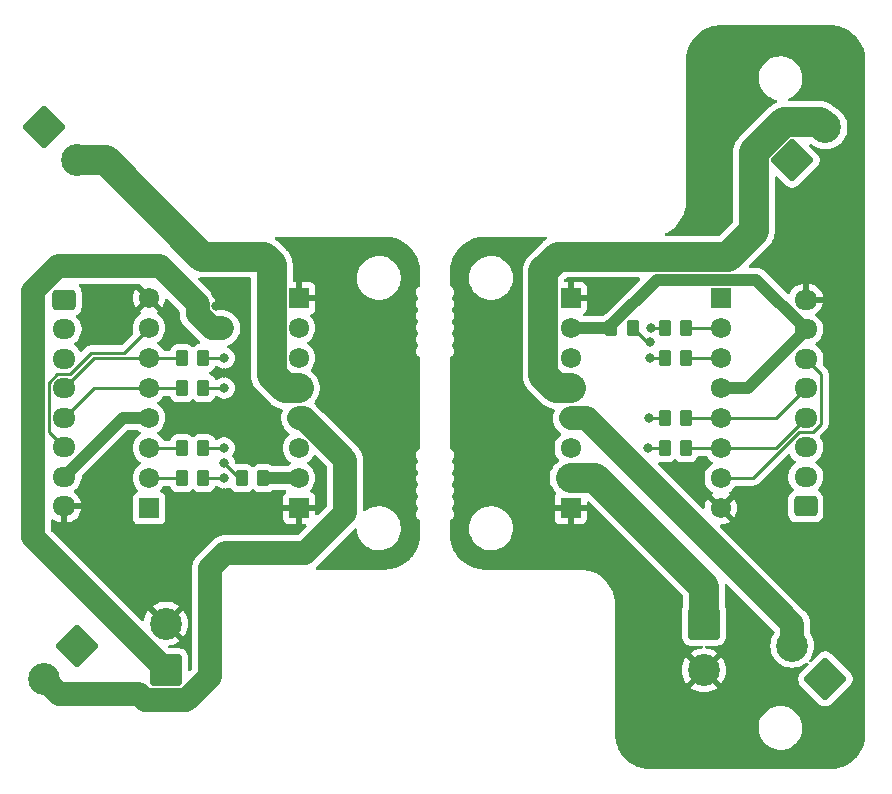
<source format=gbr>
%TF.GenerationSoftware,KiCad,Pcbnew,7.0.6*%
%TF.CreationDate,2023-12-17T00:49:34+09:00*%
%TF.ProjectId,MotorDriver_TB6612FNG_20230704,4d6f746f-7244-4726-9976-65725f544236,rev?*%
%TF.SameCoordinates,Original*%
%TF.FileFunction,Copper,L1,Top*%
%TF.FilePolarity,Positive*%
%FSLAX46Y46*%
G04 Gerber Fmt 4.6, Leading zero omitted, Abs format (unit mm)*
G04 Created by KiCad (PCBNEW 7.0.6) date 2023-12-17 00:49:34*
%MOMM*%
%LPD*%
G01*
G04 APERTURE LIST*
G04 Aperture macros list*
%AMRoundRect*
0 Rectangle with rounded corners*
0 $1 Rounding radius*
0 $2 $3 $4 $5 $6 $7 $8 $9 X,Y pos of 4 corners*
0 Add a 4 corners polygon primitive as box body*
4,1,4,$2,$3,$4,$5,$6,$7,$8,$9,$2,$3,0*
0 Add four circle primitives for the rounded corners*
1,1,$1+$1,$2,$3*
1,1,$1+$1,$4,$5*
1,1,$1+$1,$6,$7*
1,1,$1+$1,$8,$9*
0 Add four rect primitives between the rounded corners*
20,1,$1+$1,$2,$3,$4,$5,0*
20,1,$1+$1,$4,$5,$6,$7,0*
20,1,$1+$1,$6,$7,$8,$9,0*
20,1,$1+$1,$8,$9,$2,$3,0*%
G04 Aperture macros list end*
%TA.AperFunction,ComponentPad*%
%ADD10RoundRect,0.250001X1.555634X0.000000X0.000000X1.555634X-1.555634X0.000000X0.000000X-1.555634X0*%
%TD*%
%TA.AperFunction,ComponentPad*%
%ADD11C,2.700000*%
%TD*%
%TA.AperFunction,ComponentPad*%
%ADD12R,1.720000X1.720000*%
%TD*%
%TA.AperFunction,ComponentPad*%
%ADD13C,1.720000*%
%TD*%
%TA.AperFunction,SMDPad,CuDef*%
%ADD14RoundRect,0.250000X0.262500X0.450000X-0.262500X0.450000X-0.262500X-0.450000X0.262500X-0.450000X0*%
%TD*%
%TA.AperFunction,SMDPad,CuDef*%
%ADD15RoundRect,0.250000X-0.262500X-0.450000X0.262500X-0.450000X0.262500X0.450000X-0.262500X0.450000X0*%
%TD*%
%TA.AperFunction,ComponentPad*%
%ADD16RoundRect,0.250001X0.000000X-1.555634X1.555634X0.000000X0.000000X1.555634X-1.555634X0.000000X0*%
%TD*%
%TA.AperFunction,ComponentPad*%
%ADD17RoundRect,0.250001X1.099999X-1.099999X1.099999X1.099999X-1.099999X1.099999X-1.099999X-1.099999X0*%
%TD*%
%TA.AperFunction,ComponentPad*%
%ADD18RoundRect,0.250000X-0.725000X0.600000X-0.725000X-0.600000X0.725000X-0.600000X0.725000X0.600000X0*%
%TD*%
%TA.AperFunction,ComponentPad*%
%ADD19O,1.950000X1.700000*%
%TD*%
%TA.AperFunction,ComponentPad*%
%ADD20RoundRect,0.250000X0.725000X-0.600000X0.725000X0.600000X-0.725000X0.600000X-0.725000X-0.600000X0*%
%TD*%
%TA.AperFunction,ComponentPad*%
%ADD21RoundRect,0.250001X-1.555634X0.000000X0.000000X-1.555634X1.555634X0.000000X0.000000X1.555634X0*%
%TD*%
%TA.AperFunction,ComponentPad*%
%ADD22RoundRect,0.250001X0.000000X1.555634X-1.555634X0.000000X0.000000X-1.555634X1.555634X0.000000X0*%
%TD*%
%TA.AperFunction,ComponentPad*%
%ADD23RoundRect,0.250001X-1.099999X1.099999X-1.099999X-1.099999X1.099999X-1.099999X1.099999X1.099999X0*%
%TD*%
%TA.AperFunction,ViaPad*%
%ADD24C,0.800000*%
%TD*%
%TA.AperFunction,Conductor*%
%ADD25C,2.500000*%
%TD*%
%TA.AperFunction,Conductor*%
%ADD26C,0.250000*%
%TD*%
%TA.AperFunction,Conductor*%
%ADD27C,1.000000*%
%TD*%
%TA.AperFunction,Conductor*%
%ADD28C,2.000000*%
%TD*%
G04 APERTURE END LIST*
D10*
%TO.P,J3,1,Pin_1*%
%TO.N,M2_OUT1*%
X137559423Y-122140720D03*
D11*
%TO.P,J3,2,Pin_2*%
%TO.N,M2_OUT2*%
X134759280Y-119340577D03*
%TD*%
D12*
%TO.P,U2,1,GND*%
%TO.N,GND*%
X93000000Y-107690000D03*
D13*
%TO.P,U2,2,VCC*%
%TO.N,LogicVin-2*%
X93000000Y-105150000D03*
%TO.P,U2,3,AO1*%
%TO.N,M3_OUT1*%
X93000000Y-102610000D03*
%TO.P,U2,4,AO2*%
%TO.N,M3_OUT2*%
X93000000Y-100070000D03*
%TO.P,U2,5,BO1*%
%TO.N,M4_OUT2*%
X93000000Y-97530000D03*
%TO.P,U2,6,BO2*%
%TO.N,M4_OUT1*%
X93000000Y-94990000D03*
%TO.P,U2,7,VMOT*%
%TO.N,MotorVin-2*%
X93000000Y-92450000D03*
D12*
%TO.P,U2,8,GND*%
%TO.N,GND*%
X93000000Y-89910000D03*
D13*
%TO.P,U2,9,GND*%
X80300000Y-89910000D03*
%TO.P,U2,10,PWMB*%
%TO.N,M4_PWM*%
X80300000Y-92450000D03*
%TO.P,U2,11,BIN2*%
%TO.N,M4_IN1*%
X80300000Y-94990000D03*
%TO.P,U2,12,BIN1*%
%TO.N,M4_IN2*%
X80300000Y-97530000D03*
%TO.P,U2,13,STBY*%
%TO.N,LogicVin-2*%
X80300000Y-100070000D03*
%TO.P,U2,14,AIN2*%
%TO.N,M3_IN1*%
X80300000Y-102610000D03*
%TO.P,U2,15,AIN1*%
%TO.N,M3_IN2*%
X80300000Y-105150000D03*
D12*
%TO.P,U2,16,PWMA*%
%TO.N,M3_PWM*%
X80300000Y-107690000D03*
%TD*%
D14*
%TO.P,R5,1*%
%TO.N,M2_IN2*%
X125762500Y-100070000D03*
%TO.P,R5,2*%
%TO.N,Net-(D5-A)*%
X123937500Y-100070000D03*
%TD*%
%TO.P,R4,1*%
%TO.N,M2_IN1*%
X125762500Y-102610000D03*
%TO.P,R4,2*%
%TO.N,Net-(D4-A)*%
X123937500Y-102610000D03*
%TD*%
D15*
%TO.P,R8,1*%
%TO.N,M3_IN2*%
X83070500Y-105150000D03*
%TO.P,R8,2*%
%TO.N,Net-(D8-A)*%
X84895500Y-105150000D03*
%TD*%
D14*
%TO.P,R2,1*%
%TO.N,M1_IN1*%
X125762500Y-94990000D03*
%TO.P,R2,2*%
%TO.N,Net-(D2-A)*%
X123937500Y-94990000D03*
%TD*%
D16*
%TO.P,J2,1,Pin_1*%
%TO.N,M1_OUT1*%
X134759280Y-78259423D03*
D11*
%TO.P,J2,2,Pin_2*%
%TO.N,M1_OUT2*%
X137559423Y-75459280D03*
%TD*%
D17*
%TO.P,J5,1,Pin_1*%
%TO.N,MotorVin-2*%
X81725000Y-121430000D03*
D11*
%TO.P,J5,2,Pin_2*%
%TO.N,GND*%
X81725000Y-117470000D03*
%TD*%
D14*
%TO.P,R3,1*%
%TO.N,M1_IN2*%
X125762500Y-92450000D03*
%TO.P,R3,2*%
%TO.N,Net-(D3-A)*%
X123937500Y-92450000D03*
%TD*%
D18*
%TO.P,J8,1,Pin_1*%
%TO.N,M3_IN1*%
X73100000Y-90050000D03*
D19*
%TO.P,J8,2,Pin_2*%
%TO.N,M3_IN2*%
X73100000Y-92550000D03*
%TO.P,J8,3,Pin_3*%
%TO.N,M3_PWM*%
X73100000Y-95050000D03*
%TO.P,J8,4,Pin_4*%
%TO.N,M4_IN1*%
X73100000Y-97550000D03*
%TO.P,J8,5,Pin_5*%
%TO.N,M4_IN2*%
X73100000Y-100050000D03*
%TO.P,J8,6,Pin_6*%
%TO.N,M4_PWM*%
X73100000Y-102550000D03*
%TO.P,J8,7,Pin_7*%
%TO.N,LogicVin-2*%
X73100000Y-105050000D03*
%TO.P,J8,8,Pin_8*%
%TO.N,GND*%
X73100000Y-107550000D03*
%TD*%
D12*
%TO.P,U1,1,GND*%
%TO.N,GND*%
X116000000Y-89910000D03*
D13*
%TO.P,U1,2,VCC*%
%TO.N,LogicVin*%
X116000000Y-92450000D03*
%TO.P,U1,3,AO1*%
%TO.N,M1_OUT1*%
X116000000Y-94990000D03*
%TO.P,U1,4,AO2*%
%TO.N,M1_OUT2*%
X116000000Y-97530000D03*
%TO.P,U1,5,BO1*%
%TO.N,M2_OUT2*%
X116000000Y-100070000D03*
%TO.P,U1,6,BO2*%
%TO.N,M2_OUT1*%
X116000000Y-102610000D03*
%TO.P,U1,7,VMOT*%
%TO.N,MotorVin*%
X116000000Y-105150000D03*
D12*
%TO.P,U1,8,GND*%
%TO.N,GND*%
X116000000Y-107690000D03*
D13*
%TO.P,U1,9,GND*%
X128700000Y-107690000D03*
%TO.P,U1,10,PWMB*%
%TO.N,M2_PWM*%
X128700000Y-105150000D03*
%TO.P,U1,11,BIN2*%
%TO.N,M2_IN1*%
X128700000Y-102610000D03*
%TO.P,U1,12,BIN1*%
%TO.N,M2_IN2*%
X128700000Y-100070000D03*
%TO.P,U1,13,STBY*%
%TO.N,LogicVin*%
X128700000Y-97530000D03*
%TO.P,U1,14,AIN2*%
%TO.N,M1_IN1*%
X128700000Y-94990000D03*
%TO.P,U1,15,AIN1*%
%TO.N,M1_IN2*%
X128700000Y-92450000D03*
D12*
%TO.P,U1,16,PWMA*%
%TO.N,M1_PWM*%
X128700000Y-89910000D03*
%TD*%
D15*
%TO.P,R9,1*%
%TO.N,M4_IN1*%
X83070500Y-94990000D03*
%TO.P,R9,2*%
%TO.N,Net-(D9-A)*%
X84895500Y-94990000D03*
%TD*%
%TO.P,R10,1*%
%TO.N,M4_IN2*%
X83070500Y-97530000D03*
%TO.P,R10,2*%
%TO.N,Net-(D10-A)*%
X84895500Y-97530000D03*
%TD*%
D20*
%TO.P,J4,1,Pin_1*%
%TO.N,M1_IN1*%
X135900000Y-107550000D03*
D19*
%TO.P,J4,2,Pin_2*%
%TO.N,M1_IN2*%
X135900000Y-105050000D03*
%TO.P,J4,3,Pin_3*%
%TO.N,M1_PWM*%
X135900000Y-102550000D03*
%TO.P,J4,4,Pin_4*%
%TO.N,M2_IN1*%
X135900000Y-100050000D03*
%TO.P,J4,5,Pin_5*%
%TO.N,M2_IN2*%
X135900000Y-97550000D03*
%TO.P,J4,6,Pin_6*%
%TO.N,M2_PWM*%
X135900000Y-95050000D03*
%TO.P,J4,7,Pin_7*%
%TO.N,LogicVin*%
X135900000Y-92550000D03*
%TO.P,J4,8,Pin_8*%
%TO.N,GND*%
X135900000Y-90050000D03*
%TD*%
D21*
%TO.P,J7,1,Pin_1*%
%TO.N,M4_OUT1*%
X71390577Y-75459280D03*
D11*
%TO.P,J7,2,Pin_2*%
%TO.N,M4_OUT2*%
X74190720Y-78259423D03*
%TD*%
D14*
%TO.P,R6,1*%
%TO.N,LogicVin-2*%
X89975500Y-105150000D03*
%TO.P,R6,2*%
%TO.N,Net-(D6-A)*%
X88150500Y-105150000D03*
%TD*%
D22*
%TO.P,J6,1,Pin_1*%
%TO.N,M3_OUT1*%
X74190720Y-119340577D03*
D11*
%TO.P,J6,2,Pin_2*%
%TO.N,M3_OUT2*%
X71390577Y-122140720D03*
%TD*%
D15*
%TO.P,R1,1*%
%TO.N,LogicVin*%
X119437500Y-92450000D03*
%TO.P,R1,2*%
%TO.N,Net-(D1-A)*%
X121262500Y-92450000D03*
%TD*%
D23*
%TO.P,J1,1,Pin_1*%
%TO.N,MotorVin*%
X127275000Y-117470000D03*
D11*
%TO.P,J1,2,Pin_2*%
%TO.N,GND*%
X127275000Y-121430000D03*
%TD*%
D15*
%TO.P,R7,1*%
%TO.N,M3_IN1*%
X83070500Y-102610000D03*
%TO.P,R7,2*%
%TO.N,Net-(D7-A)*%
X84895500Y-102610000D03*
%TD*%
D24*
%TO.N,GND*%
X87000000Y-89600000D03*
X86000000Y-89600000D03*
X87000000Y-90600000D03*
X86650000Y-107650000D03*
X86650000Y-106400000D03*
X86650000Y-96260000D03*
X88000000Y-89600000D03*
X86000000Y-90600000D03*
X88000000Y-90600000D03*
X87000000Y-88600000D03*
X86000000Y-88600000D03*
X88000000Y-88600000D03*
%TO.N,Net-(D1-A)*%
X122750000Y-93600000D03*
%TO.N,Net-(D2-A)*%
X122740000Y-94990000D03*
%TO.N,Net-(D3-A)*%
X122800000Y-92450000D03*
%TO.N,Net-(D4-A)*%
X122560000Y-102610000D03*
%TO.N,Net-(D5-A)*%
X122620000Y-100070000D03*
%TO.N,Net-(D6-A)*%
X86650000Y-103880000D03*
%TO.N,MotorVin-2*%
X86500000Y-92450000D03*
%TO.N,Net-(D7-A)*%
X86650000Y-102610000D03*
%TO.N,Net-(D8-A)*%
X86650000Y-105150000D03*
%TO.N,Net-(D9-A)*%
X86650000Y-94990000D03*
%TO.N,Net-(D10-A)*%
X86650000Y-97530000D03*
%TD*%
D25*
%TO.N,MotorVin*%
X116000000Y-105150000D02*
X118080000Y-105150000D01*
X118080000Y-105150000D02*
X127275000Y-114345000D01*
X127275000Y-114345000D02*
X127275000Y-117470000D01*
D26*
%TO.N,Net-(D1-A)*%
X122412500Y-93600000D02*
X121262500Y-92450000D01*
X122750000Y-93600000D02*
X122412500Y-93600000D01*
%TO.N,Net-(D2-A)*%
X123937500Y-94990000D02*
X122740000Y-94990000D01*
%TO.N,Net-(D3-A)*%
X123937500Y-92450000D02*
X122800000Y-92450000D01*
%TO.N,Net-(D4-A)*%
X123937500Y-102610000D02*
X122560000Y-102610000D01*
%TO.N,Net-(D5-A)*%
X123937500Y-100070000D02*
X122620000Y-100070000D01*
D27*
%TO.N,LogicVin*%
X131700489Y-88350489D02*
X123306687Y-88350489D01*
X123306687Y-88350489D02*
X119437500Y-92219676D01*
X119437500Y-92450000D02*
X116000000Y-92450000D01*
X119437500Y-92219676D02*
X119437500Y-92450000D01*
X135900000Y-92600000D02*
X130970000Y-97530000D01*
X135900000Y-92550000D02*
X135900000Y-92600000D01*
X135900000Y-92550000D02*
X131700489Y-88350489D01*
X130970000Y-97530000D02*
X128700000Y-97530000D01*
D25*
%TO.N,M1_OUT2*%
X113690000Y-96436223D02*
X114783777Y-97530000D01*
X131503646Y-77555259D02*
X131503646Y-84246354D01*
X137559423Y-75459280D02*
X137103932Y-75003789D01*
X137103932Y-75003789D02*
X134055116Y-75003789D01*
X113690000Y-87600000D02*
X113690000Y-96436223D01*
X114889511Y-86400489D02*
X113690000Y-87600000D01*
X131503646Y-84246354D02*
X129349511Y-86400489D01*
X114783777Y-97530000D02*
X116000000Y-97530000D01*
X129349511Y-86400489D02*
X114889511Y-86400489D01*
X134055116Y-75003789D02*
X131503646Y-77555259D01*
D28*
%TO.N,M2_OUT2*%
X134759280Y-117496000D02*
X134759280Y-119340577D01*
X116000000Y-100070000D02*
X117333280Y-100070000D01*
X117333280Y-100070000D02*
X134759280Y-117496000D01*
D26*
%TO.N,M1_IN1*%
X128700000Y-94990000D02*
X125762500Y-94990000D01*
%TO.N,M1_IN2*%
X128700000Y-92450000D02*
X125762500Y-92450000D01*
%TO.N,M2_IN1*%
X125762500Y-102610000D02*
X128700000Y-102610000D01*
X133340000Y-102610000D02*
X135900000Y-100050000D01*
X128700000Y-102610000D02*
X133340000Y-102610000D01*
%TO.N,M2_IN2*%
X133380000Y-100070000D02*
X135900000Y-97550000D01*
X128700000Y-100070000D02*
X125762500Y-100070000D01*
X128700000Y-100070000D02*
X133380000Y-100070000D01*
%TO.N,M2_PWM*%
X128700000Y-105150000D02*
X131435717Y-105150000D01*
X131435717Y-105150000D02*
X135361198Y-101224520D01*
X137199520Y-100536502D02*
X137199520Y-96349520D01*
X135361198Y-101224520D02*
X136511502Y-101224520D01*
X136511502Y-101224520D02*
X137199520Y-100536502D01*
X137199520Y-96349520D02*
X135900000Y-95050000D01*
%TO.N,Net-(D6-A)*%
X87920000Y-105150000D02*
X86650000Y-103880000D01*
X88150500Y-105150000D02*
X87920000Y-105150000D01*
D28*
%TO.N,MotorVin-2*%
X81200000Y-87200000D02*
X84400000Y-90400000D01*
X70475480Y-110180480D02*
X70475480Y-89298910D01*
X72574390Y-87200000D02*
X81200000Y-87200000D01*
X70475480Y-89298910D02*
X72574390Y-87200000D01*
X81725000Y-121430000D02*
X70475480Y-110180480D01*
X85587258Y-92450000D02*
X86500000Y-92450000D01*
X84400000Y-90400000D02*
X84400000Y-91262742D01*
X84400000Y-91262742D02*
X85587258Y-92450000D01*
D26*
%TO.N,Net-(D7-A)*%
X84895500Y-102610000D02*
X86650000Y-102610000D01*
%TO.N,Net-(D8-A)*%
X84895500Y-105150000D02*
X86650000Y-105150000D01*
%TO.N,Net-(D9-A)*%
X84895500Y-94990000D02*
X86650000Y-94990000D01*
%TO.N,Net-(D10-A)*%
X84895500Y-97530000D02*
X86650000Y-97530000D01*
D28*
%TO.N,M3_OUT2*%
X86750000Y-111500000D02*
X93500000Y-111500000D01*
X96900000Y-103596720D02*
X93373280Y-100070000D01*
X71390577Y-122140720D02*
X72699857Y-123450000D01*
X79425001Y-123450000D02*
X79955001Y-123980000D01*
X85450000Y-121955609D02*
X85450000Y-112800000D01*
X85450000Y-112800000D02*
X86750000Y-111500000D01*
X83425609Y-123980000D02*
X85450000Y-121955609D01*
X72699857Y-123450000D02*
X79425001Y-123450000D01*
X79955001Y-123980000D02*
X83425609Y-123980000D01*
X93500000Y-111500000D02*
X96900000Y-108100000D01*
X93373280Y-100070000D02*
X93000000Y-100070000D01*
X96900000Y-108100000D02*
X96900000Y-103596720D01*
D25*
%TO.N,M4_OUT2*%
X90000000Y-86400000D02*
X90690000Y-87090000D01*
X91783777Y-97530000D02*
X93000000Y-97530000D01*
X84800000Y-86400000D02*
X90000000Y-86400000D01*
X90690000Y-87090000D02*
X90690000Y-96436223D01*
X74190720Y-78259423D02*
X76659423Y-78259423D01*
X90690000Y-96436223D02*
X91783777Y-97530000D01*
X76659423Y-78259423D02*
X84800000Y-86400000D01*
D26*
%TO.N,M3_IN1*%
X80300000Y-102610000D02*
X83070500Y-102610000D01*
%TO.N,M3_IN2*%
X83070500Y-105150000D02*
X80300000Y-105150000D01*
%TO.N,M4_IN1*%
X80290000Y-95000000D02*
X80300000Y-94990000D01*
X75650000Y-95000000D02*
X80290000Y-95000000D01*
X73100000Y-97550000D02*
X75650000Y-95000000D01*
X80300000Y-94990000D02*
X83070500Y-94990000D01*
%TO.N,M4_IN2*%
X83070500Y-97530000D02*
X80300000Y-97530000D01*
X80300000Y-97530000D02*
X75620000Y-97530000D01*
X75620000Y-97530000D02*
X73100000Y-100050000D01*
%TO.N,M4_PWM*%
X73561701Y-96375000D02*
X72488299Y-96375000D01*
X71800480Y-97062819D02*
X71800480Y-101250480D01*
X71800480Y-101250480D02*
X73100000Y-102550000D01*
X78200000Y-94550000D02*
X75386701Y-94550000D01*
X72488299Y-96375000D02*
X71800480Y-97062819D01*
X75386701Y-94550000D02*
X73561701Y-96375000D01*
X80300000Y-92450000D02*
X78200000Y-94550000D01*
D27*
%TO.N,LogicVin-2*%
X89975500Y-105150000D02*
X93000000Y-105150000D01*
X73100000Y-105050000D02*
X78080000Y-100070000D01*
X78080000Y-100070000D02*
X80300000Y-100070000D01*
%TD*%
%TA.AperFunction,Conductor*%
%TO.N,GND*%
G36*
X79392531Y-101098502D02*
G01*
X79401801Y-101105069D01*
X79548927Y-101219583D01*
X79548941Y-101219592D01*
X79566671Y-101229187D01*
X79617061Y-101279200D01*
X79632413Y-101348517D01*
X79607852Y-101415130D01*
X79566671Y-101450813D01*
X79548941Y-101460407D01*
X79548935Y-101460411D01*
X79369957Y-101599716D01*
X79216359Y-101766568D01*
X79092314Y-101956434D01*
X79001214Y-102164122D01*
X79001211Y-102164129D01*
X78945540Y-102383972D01*
X78945539Y-102383978D01*
X78945539Y-102383980D01*
X78926810Y-102610000D01*
X78943695Y-102813769D01*
X78945540Y-102836027D01*
X79001211Y-103055870D01*
X79001214Y-103055877D01*
X79092314Y-103263565D01*
X79216359Y-103453431D01*
X79369957Y-103620283D01*
X79369962Y-103620287D01*
X79369964Y-103620289D01*
X79548936Y-103759589D01*
X79548938Y-103759590D01*
X79548941Y-103759592D01*
X79566671Y-103769187D01*
X79617061Y-103819200D01*
X79632413Y-103888517D01*
X79607852Y-103955130D01*
X79566671Y-103990813D01*
X79548941Y-104000407D01*
X79548935Y-104000411D01*
X79369957Y-104139716D01*
X79216359Y-104306568D01*
X79092314Y-104496434D01*
X79001214Y-104704122D01*
X79001211Y-104704129D01*
X78945540Y-104923972D01*
X78945539Y-104923978D01*
X78945539Y-104923980D01*
X78926810Y-105150000D01*
X78943943Y-105356762D01*
X78945540Y-105376027D01*
X79001211Y-105595870D01*
X79001214Y-105595877D01*
X79092314Y-105803565D01*
X79188530Y-105950835D01*
X79216360Y-105993431D01*
X79347948Y-106136373D01*
X79379369Y-106200038D01*
X79371382Y-106270584D01*
X79326523Y-106325613D01*
X79299281Y-106339766D01*
X79193795Y-106379111D01*
X79193792Y-106379112D01*
X79076738Y-106466738D01*
X78989112Y-106583792D01*
X78989110Y-106583797D01*
X78938011Y-106720795D01*
X78938009Y-106720803D01*
X78931500Y-106781350D01*
X78931500Y-108598649D01*
X78938009Y-108659196D01*
X78938011Y-108659204D01*
X78989110Y-108796202D01*
X78989112Y-108796207D01*
X79076738Y-108913261D01*
X79193792Y-109000887D01*
X79193794Y-109000888D01*
X79193796Y-109000889D01*
X79252875Y-109022924D01*
X79330795Y-109051988D01*
X79330803Y-109051990D01*
X79391350Y-109058499D01*
X79391355Y-109058499D01*
X79391362Y-109058500D01*
X79391368Y-109058500D01*
X81208632Y-109058500D01*
X81208638Y-109058500D01*
X81208645Y-109058499D01*
X81208649Y-109058499D01*
X81269196Y-109051990D01*
X81269199Y-109051989D01*
X81269201Y-109051989D01*
X81406204Y-109000889D01*
X81406799Y-109000444D01*
X81523261Y-108913261D01*
X81610887Y-108796207D01*
X81610887Y-108796206D01*
X81610889Y-108796204D01*
X81661989Y-108659201D01*
X81663592Y-108644298D01*
X81668499Y-108598649D01*
X81668500Y-108598632D01*
X81668500Y-106781367D01*
X81668499Y-106781350D01*
X81661990Y-106720803D01*
X81661988Y-106720795D01*
X81632924Y-106642875D01*
X81610889Y-106583796D01*
X81610888Y-106583794D01*
X81610887Y-106583792D01*
X81523261Y-106466738D01*
X81406207Y-106379112D01*
X81406202Y-106379110D01*
X81300719Y-106339766D01*
X81243883Y-106297219D01*
X81219073Y-106230699D01*
X81234165Y-106161325D01*
X81252046Y-106136379D01*
X81383640Y-105993431D01*
X81474169Y-105854865D01*
X81483500Y-105840584D01*
X81537504Y-105794496D01*
X81588983Y-105783500D01*
X81978761Y-105783500D01*
X82046882Y-105803502D01*
X82093375Y-105857158D01*
X82098365Y-105869867D01*
X82115883Y-105922734D01*
X82115884Y-105922736D01*
X82115885Y-105922738D01*
X82175133Y-106018793D01*
X82208970Y-106073652D01*
X82208975Y-106073658D01*
X82334341Y-106199024D01*
X82334346Y-106199028D01*
X82334348Y-106199030D01*
X82485262Y-106292115D01*
X82653574Y-106347887D01*
X82757455Y-106358500D01*
X83383544Y-106358499D01*
X83487426Y-106347887D01*
X83655738Y-106292115D01*
X83806652Y-106199030D01*
X83893906Y-106111775D01*
X83956216Y-106077752D01*
X84027032Y-106082816D01*
X84072093Y-106111775D01*
X84159348Y-106199030D01*
X84310262Y-106292115D01*
X84478574Y-106347887D01*
X84582455Y-106358500D01*
X85208544Y-106358499D01*
X85312426Y-106347887D01*
X85480738Y-106292115D01*
X85631652Y-106199030D01*
X85757030Y-106073652D01*
X85850115Y-105922738D01*
X85857569Y-105900241D01*
X85897979Y-105841872D01*
X85963535Y-105814614D01*
X86033420Y-105827125D01*
X86051230Y-105837936D01*
X86193248Y-105941118D01*
X86367712Y-106018794D01*
X86554513Y-106058500D01*
X86745487Y-106058500D01*
X86932288Y-106018794D01*
X87084928Y-105950834D01*
X87155292Y-105941401D01*
X87219589Y-105971507D01*
X87243412Y-105999792D01*
X87270211Y-106043239D01*
X87288970Y-106073652D01*
X87288975Y-106073658D01*
X87414341Y-106199024D01*
X87414346Y-106199028D01*
X87414348Y-106199030D01*
X87565262Y-106292115D01*
X87733574Y-106347887D01*
X87837455Y-106358500D01*
X88463544Y-106358499D01*
X88567426Y-106347887D01*
X88735738Y-106292115D01*
X88886652Y-106199030D01*
X88973906Y-106111775D01*
X89036216Y-106077752D01*
X89107032Y-106082816D01*
X89152093Y-106111775D01*
X89239348Y-106199030D01*
X89390262Y-106292115D01*
X89558574Y-106347887D01*
X89662455Y-106358500D01*
X90288544Y-106358499D01*
X90392426Y-106347887D01*
X90560738Y-106292115D01*
X90711652Y-106199030D01*
X90711658Y-106199024D01*
X90715278Y-106195405D01*
X90777590Y-106161379D01*
X90804373Y-106158500D01*
X91810762Y-106158500D01*
X91878883Y-106178502D01*
X91925376Y-106232158D01*
X91935480Y-106302432D01*
X91905986Y-106367012D01*
X91886271Y-106385368D01*
X91777095Y-106467095D01*
X91689555Y-106584034D01*
X91689555Y-106584035D01*
X91638505Y-106720906D01*
X91632000Y-106781402D01*
X91632000Y-107436000D01*
X92556999Y-107436000D01*
X92531318Y-107475960D01*
X92490000Y-107616673D01*
X92490000Y-107763327D01*
X92531318Y-107904040D01*
X92556999Y-107944000D01*
X91632000Y-107944000D01*
X91632000Y-108598597D01*
X91638505Y-108659093D01*
X91689555Y-108795964D01*
X91689555Y-108795965D01*
X91777095Y-108912904D01*
X91894034Y-109000444D01*
X92030906Y-109051494D01*
X92091402Y-109057999D01*
X92091415Y-109058000D01*
X92746000Y-109058000D01*
X92746000Y-108134668D01*
X92854839Y-108184373D01*
X92963527Y-108200000D01*
X93036473Y-108200000D01*
X93145161Y-108184373D01*
X93254000Y-108134668D01*
X93254000Y-109058000D01*
X93504468Y-109058000D01*
X93572589Y-109078002D01*
X93619082Y-109131658D01*
X93629186Y-109201932D01*
X93599692Y-109266512D01*
X93593563Y-109273095D01*
X92912063Y-109954595D01*
X92849751Y-109988621D01*
X92822968Y-109991500D01*
X86765210Y-109991500D01*
X86658624Y-109989352D01*
X86658622Y-109989352D01*
X86585067Y-109999791D01*
X86581284Y-110000211D01*
X86507240Y-110006188D01*
X86507235Y-110006189D01*
X86465871Y-110016383D01*
X86459646Y-110017589D01*
X86417485Y-110023573D01*
X86417482Y-110023574D01*
X86346570Y-110045669D01*
X86342907Y-110046691D01*
X86285412Y-110060863D01*
X86270752Y-110064477D01*
X86270750Y-110064477D01*
X86270749Y-110064478D01*
X86231561Y-110081173D01*
X86225609Y-110083362D01*
X86184949Y-110096034D01*
X86118490Y-110129224D01*
X86115037Y-110130820D01*
X86046685Y-110159943D01*
X86046679Y-110159946D01*
X86010688Y-110182706D01*
X86005164Y-110185821D01*
X85967060Y-110204852D01*
X85967058Y-110204853D01*
X85906765Y-110248286D01*
X85903612Y-110250416D01*
X85840835Y-110290114D01*
X85808950Y-110318360D01*
X85803999Y-110322320D01*
X85769437Y-110347220D01*
X85716909Y-110399748D01*
X85714139Y-110402356D01*
X85658525Y-110451624D01*
X85631584Y-110484621D01*
X85627330Y-110489327D01*
X84394058Y-111722598D01*
X84317201Y-111796421D01*
X84272575Y-111855806D01*
X84270199Y-111858776D01*
X84222054Y-111915379D01*
X84200018Y-111951829D01*
X84196469Y-111957083D01*
X84170883Y-111991134D01*
X84170882Y-111991136D01*
X84136365Y-112056900D01*
X84134496Y-112060213D01*
X84096052Y-112123808D01*
X84096051Y-112123809D01*
X84080146Y-112163331D01*
X84077485Y-112169089D01*
X84057697Y-112206792D01*
X84057696Y-112206795D01*
X84034168Y-112277265D01*
X84032855Y-112280836D01*
X84005121Y-112349746D01*
X84005117Y-112349761D01*
X83995757Y-112391313D01*
X83994054Y-112397421D01*
X83980568Y-112437819D01*
X83980567Y-112437823D01*
X83968652Y-112511145D01*
X83967928Y-112514882D01*
X83951605Y-112587356D01*
X83949032Y-112629882D01*
X83948331Y-112636186D01*
X83941501Y-112678210D01*
X83941500Y-112678226D01*
X83941500Y-112752499D01*
X83941385Y-112756304D01*
X83936897Y-112830471D01*
X83941181Y-112872865D01*
X83941500Y-112879202D01*
X83941500Y-121278576D01*
X83921498Y-121346697D01*
X83904596Y-121367670D01*
X83798593Y-121473673D01*
X83736284Y-121507697D01*
X83665468Y-121502633D01*
X83608632Y-121460086D01*
X83583821Y-121393566D01*
X83583500Y-121384577D01*
X83583500Y-120279447D01*
X83572887Y-120175578D01*
X83572887Y-120175575D01*
X83517115Y-120007262D01*
X83424030Y-119856349D01*
X83424029Y-119856348D01*
X83424024Y-119856342D01*
X83298657Y-119730975D01*
X83298651Y-119730970D01*
X83147738Y-119637885D01*
X82979425Y-119582113D01*
X82979423Y-119582112D01*
X82979421Y-119582112D01*
X82875552Y-119571500D01*
X82875544Y-119571500D01*
X82052032Y-119571500D01*
X81983911Y-119551498D01*
X81962937Y-119534595D01*
X81949598Y-119521256D01*
X81915572Y-119458944D01*
X81920637Y-119388129D01*
X81963184Y-119331293D01*
X82011910Y-119309040D01*
X82249793Y-119257292D01*
X82498814Y-119164412D01*
X82732076Y-119037042D01*
X82846885Y-118951095D01*
X82846886Y-118951095D01*
X82120077Y-118224286D01*
X82242431Y-118150669D01*
X82376658Y-118023523D01*
X82480413Y-117870495D01*
X82481635Y-117867426D01*
X83206095Y-118591886D01*
X83206095Y-118591885D01*
X83292042Y-118477076D01*
X83419412Y-118243814D01*
X83512292Y-117994793D01*
X83568786Y-117735092D01*
X83587745Y-117470000D01*
X83568786Y-117204907D01*
X83512292Y-116945206D01*
X83419412Y-116696185D01*
X83292039Y-116462919D01*
X83206096Y-116348113D01*
X83206095Y-116348112D01*
X82478192Y-117076015D01*
X82432684Y-116990178D01*
X82312991Y-116849265D01*
X82165805Y-116737377D01*
X82119729Y-116716060D01*
X82846886Y-115988903D01*
X82732076Y-115902958D01*
X82498814Y-115775587D01*
X82249793Y-115682707D01*
X81990092Y-115626213D01*
X81724999Y-115607254D01*
X81459907Y-115626213D01*
X81200206Y-115682707D01*
X80951185Y-115775587D01*
X80717924Y-115902957D01*
X80603113Y-115988902D01*
X80603112Y-115988903D01*
X81329922Y-116715713D01*
X81207569Y-116789331D01*
X81073342Y-116916477D01*
X80969587Y-117069505D01*
X80968364Y-117072573D01*
X80243903Y-116348112D01*
X80243902Y-116348113D01*
X80157957Y-116462924D01*
X80030587Y-116696185D01*
X79937706Y-116945211D01*
X79885958Y-117183090D01*
X79851933Y-117245402D01*
X79789621Y-117279427D01*
X79718805Y-117274362D01*
X79673743Y-117245401D01*
X72020885Y-109592543D01*
X71986859Y-109530231D01*
X71983980Y-109503448D01*
X71983980Y-108758912D01*
X72003982Y-108690791D01*
X72057638Y-108644298D01*
X72127912Y-108634194D01*
X72189136Y-108660880D01*
X72211800Y-108679180D01*
X72413617Y-108791922D01*
X72631570Y-108868931D01*
X72846000Y-108905698D01*
X72846000Y-107956191D01*
X72964801Y-108010446D01*
X73066025Y-108025000D01*
X73133975Y-108025000D01*
X73235199Y-108010446D01*
X73354000Y-107956191D01*
X73354000Y-108901930D01*
X73455331Y-108893305D01*
X73455338Y-108893304D01*
X73679033Y-108835059D01*
X73889678Y-108739842D01*
X73889684Y-108739839D01*
X74081205Y-108610393D01*
X74081213Y-108610387D01*
X74248096Y-108450443D01*
X74248102Y-108450435D01*
X74385556Y-108264586D01*
X74489630Y-108058165D01*
X74557320Y-107837135D01*
X74561563Y-107804000D01*
X73501398Y-107804000D01*
X73536519Y-107749351D01*
X73575000Y-107618295D01*
X73575000Y-107481705D01*
X73536519Y-107350649D01*
X73501398Y-107296000D01*
X74559439Y-107296000D01*
X74528168Y-107150906D01*
X74441977Y-106936412D01*
X74320772Y-106739564D01*
X74168048Y-106566038D01*
X74168045Y-106566035D01*
X73988197Y-106420817D01*
X73988192Y-106420814D01*
X73966801Y-106408864D01*
X73917087Y-106358179D01*
X73902667Y-106288662D01*
X73928120Y-106222385D01*
X73957690Y-106194479D01*
X74081523Y-106110783D01*
X74248476Y-105950772D01*
X74385985Y-105764847D01*
X74490095Y-105558357D01*
X74557811Y-105337243D01*
X74587184Y-105107865D01*
X74584691Y-105049193D01*
X74601782Y-104980287D01*
X74621478Y-104954754D01*
X78460829Y-101115405D01*
X78523142Y-101081379D01*
X78549925Y-101078500D01*
X79324410Y-101078500D01*
X79392531Y-101098502D01*
G37*
%TD.AperFunction*%
%TA.AperFunction,Conductor*%
G36*
X100251627Y-84700585D02*
G01*
X100383403Y-84707491D01*
X100490917Y-84713529D01*
X100566958Y-84717800D01*
X100573285Y-84718477D01*
X100647846Y-84730285D01*
X100725647Y-84742608D01*
X100888124Y-84770214D01*
X100893867Y-84771468D01*
X101046693Y-84812418D01*
X101201694Y-84857073D01*
X101206799Y-84858784D01*
X101356183Y-84916127D01*
X101503983Y-84977348D01*
X101508441Y-84979403D01*
X101591423Y-85021685D01*
X101651921Y-85052511D01*
X101697336Y-85077610D01*
X101791458Y-85129630D01*
X101795244Y-85131901D01*
X101930877Y-85219983D01*
X102035551Y-85294253D01*
X102060723Y-85312114D01*
X102063915Y-85314534D01*
X102188721Y-85415601D01*
X102191053Y-85417585D01*
X102308703Y-85522722D01*
X102311253Y-85525133D01*
X102424864Y-85638744D01*
X102427276Y-85641295D01*
X102532413Y-85758945D01*
X102534397Y-85761277D01*
X102635464Y-85886083D01*
X102637884Y-85889275D01*
X102679747Y-85948274D01*
X102730025Y-86019134D01*
X102780349Y-86096627D01*
X102818083Y-86154731D01*
X102820379Y-86158557D01*
X102846902Y-86206549D01*
X102897488Y-86298078D01*
X102970586Y-86441538D01*
X102972658Y-86446033D01*
X103033877Y-86593829D01*
X103091208Y-86743183D01*
X103092931Y-86748322D01*
X103137579Y-86903297D01*
X103178528Y-87056123D01*
X103179785Y-87061879D01*
X103207394Y-87224369D01*
X103231522Y-87376713D01*
X103232198Y-87383039D01*
X103242509Y-87566608D01*
X103249413Y-87698347D01*
X103249499Y-87701644D01*
X103249500Y-88149500D01*
X103249500Y-88253616D01*
X103249785Y-88257051D01*
X103250000Y-88262258D01*
X103250000Y-88772781D01*
X103229998Y-88840902D01*
X103200704Y-88872744D01*
X103197159Y-88875463D01*
X103197159Y-88875464D01*
X103111873Y-88940906D01*
X103071718Y-88971718D01*
X102975465Y-89097157D01*
X102975463Y-89097160D01*
X102914955Y-89243239D01*
X102894318Y-89399999D01*
X102894318Y-89400000D01*
X102914955Y-89556760D01*
X102975463Y-89702839D01*
X102975468Y-89702846D01*
X103067892Y-89823297D01*
X103093492Y-89889517D01*
X103079227Y-89959066D01*
X103067892Y-89976703D01*
X102975468Y-90097153D01*
X102975463Y-90097160D01*
X102914955Y-90243239D01*
X102894318Y-90399999D01*
X102894318Y-90400000D01*
X102914955Y-90556760D01*
X102975463Y-90702839D01*
X102975468Y-90702846D01*
X103067892Y-90823297D01*
X103093492Y-90889517D01*
X103079227Y-90959066D01*
X103067892Y-90976703D01*
X102975468Y-91097153D01*
X102975463Y-91097160D01*
X102914955Y-91243239D01*
X102894318Y-91399999D01*
X102894318Y-91400000D01*
X102914955Y-91556760D01*
X102975463Y-91702839D01*
X102975468Y-91702846D01*
X103067892Y-91823297D01*
X103093492Y-91889517D01*
X103079227Y-91959066D01*
X103067892Y-91976703D01*
X102975468Y-92097153D01*
X102975463Y-92097160D01*
X102914955Y-92243239D01*
X102894318Y-92399999D01*
X102894318Y-92400000D01*
X102914955Y-92556760D01*
X102975463Y-92702839D01*
X102975468Y-92702846D01*
X103067892Y-92823297D01*
X103093492Y-92889517D01*
X103079227Y-92959066D01*
X103067892Y-92976703D01*
X102975468Y-93097153D01*
X102975463Y-93097160D01*
X102914955Y-93243239D01*
X102894318Y-93399999D01*
X102894318Y-93400000D01*
X102914955Y-93556760D01*
X102975463Y-93702839D01*
X102975468Y-93702846D01*
X103067892Y-93823297D01*
X103093492Y-93889517D01*
X103079227Y-93959066D01*
X103067892Y-93976703D01*
X102975468Y-94097153D01*
X102975463Y-94097160D01*
X102914955Y-94243239D01*
X102894318Y-94399999D01*
X102894318Y-94400000D01*
X102914955Y-94556760D01*
X102940506Y-94618444D01*
X102975464Y-94702841D01*
X103022378Y-94763980D01*
X103071719Y-94828283D01*
X103200703Y-94927255D01*
X103242571Y-94984593D01*
X103250000Y-95027218D01*
X103250000Y-95537736D01*
X103249785Y-95542937D01*
X103249500Y-95546377D01*
X103249500Y-102053616D01*
X103249785Y-102057051D01*
X103250000Y-102062258D01*
X103250000Y-102572781D01*
X103229998Y-102640902D01*
X103200704Y-102672744D01*
X103071718Y-102771718D01*
X102975465Y-102897157D01*
X102975463Y-102897160D01*
X102914955Y-103043239D01*
X102894318Y-103199999D01*
X102894318Y-103200000D01*
X102914955Y-103356760D01*
X102975463Y-103502839D01*
X102975468Y-103502846D01*
X103067892Y-103623297D01*
X103093492Y-103689517D01*
X103079227Y-103759066D01*
X103067892Y-103776703D01*
X102975468Y-103897153D01*
X102975463Y-103897160D01*
X102914955Y-104043239D01*
X102894318Y-104199999D01*
X102894318Y-104200000D01*
X102914955Y-104356760D01*
X102975463Y-104502839D01*
X102975468Y-104502846D01*
X103067892Y-104623297D01*
X103093492Y-104689517D01*
X103079227Y-104759066D01*
X103067892Y-104776703D01*
X102975468Y-104897153D01*
X102975463Y-104897160D01*
X102914955Y-105043239D01*
X102894318Y-105199999D01*
X102894318Y-105200000D01*
X102914955Y-105356760D01*
X102975463Y-105502839D01*
X102975468Y-105502846D01*
X103067892Y-105623297D01*
X103093492Y-105689517D01*
X103079227Y-105759066D01*
X103067892Y-105776703D01*
X102975468Y-105897153D01*
X102975463Y-105897160D01*
X102914955Y-106043239D01*
X102894318Y-106199999D01*
X102894318Y-106200000D01*
X102914955Y-106356760D01*
X102975463Y-106502839D01*
X102975468Y-106502846D01*
X103067892Y-106623297D01*
X103093492Y-106689517D01*
X103079227Y-106759066D01*
X103067892Y-106776703D01*
X102975468Y-106897153D01*
X102975463Y-106897160D01*
X102914955Y-107043239D01*
X102894318Y-107199999D01*
X102894318Y-107200000D01*
X102914955Y-107356760D01*
X102964330Y-107475960D01*
X102975464Y-107502841D01*
X103067892Y-107623296D01*
X103093492Y-107689515D01*
X103079227Y-107759064D01*
X103067892Y-107776702D01*
X102975468Y-107897152D01*
X102975463Y-107897160D01*
X102914955Y-108043239D01*
X102894318Y-108199999D01*
X102894318Y-108200000D01*
X102914955Y-108356760D01*
X102914956Y-108356762D01*
X102975464Y-108502841D01*
X103057992Y-108610393D01*
X103071719Y-108628283D01*
X103200703Y-108727255D01*
X103242571Y-108784593D01*
X103250000Y-108827218D01*
X103250000Y-109337736D01*
X103249785Y-109342937D01*
X103249500Y-109346377D01*
X103249500Y-109898355D01*
X103249414Y-109901628D01*
X103246639Y-109954595D01*
X103242509Y-110033383D01*
X103232198Y-110216959D01*
X103231522Y-110223285D01*
X103207394Y-110375630D01*
X103179785Y-110538119D01*
X103178528Y-110543875D01*
X103137579Y-110696702D01*
X103092931Y-110851676D01*
X103091208Y-110856815D01*
X103033877Y-111006170D01*
X102972658Y-111153965D01*
X102970586Y-111158459D01*
X102897488Y-111301921D01*
X102820387Y-111441427D01*
X102818083Y-111445267D01*
X102730021Y-111580872D01*
X102637884Y-111710724D01*
X102635464Y-111713915D01*
X102534397Y-111838721D01*
X102532413Y-111841053D01*
X102427276Y-111958703D01*
X102424847Y-111961272D01*
X102311272Y-112074847D01*
X102308703Y-112077276D01*
X102191053Y-112182413D01*
X102188721Y-112184397D01*
X102063915Y-112285464D01*
X102060724Y-112287884D01*
X101930872Y-112380021D01*
X101795267Y-112468083D01*
X101791427Y-112470387D01*
X101651921Y-112547488D01*
X101508459Y-112620586D01*
X101503965Y-112622658D01*
X101356170Y-112683877D01*
X101206815Y-112741208D01*
X101201676Y-112742931D01*
X101046702Y-112787579D01*
X100893875Y-112828528D01*
X100888119Y-112829785D01*
X100725630Y-112857394D01*
X100573285Y-112881522D01*
X100566959Y-112882198D01*
X100383383Y-112892509D01*
X100327183Y-112895454D01*
X100251627Y-112899414D01*
X100248356Y-112899500D01*
X94528549Y-112899500D01*
X94460428Y-112879498D01*
X94413935Y-112825842D01*
X94403831Y-112755568D01*
X94433325Y-112690988D01*
X94454897Y-112671267D01*
X94480560Y-112652781D01*
X94533103Y-112600236D01*
X94535832Y-112597667D01*
X94591474Y-112548375D01*
X94618429Y-112515359D01*
X94622666Y-112510673D01*
X97687342Y-109445997D01*
X97749652Y-109411973D01*
X97820467Y-109417038D01*
X97877303Y-109459585D01*
X97901679Y-109521313D01*
X97925412Y-109737014D01*
X97993928Y-109999090D01*
X98099869Y-110248389D01*
X98125334Y-110290114D01*
X98240982Y-110479610D01*
X98414255Y-110687820D01*
X98414257Y-110687822D01*
X98414259Y-110687824D01*
X98478661Y-110745528D01*
X98615998Y-110868582D01*
X98841910Y-111018044D01*
X99087176Y-111133020D01*
X99346569Y-111211060D01*
X99346572Y-111211060D01*
X99346574Y-111211061D01*
X99614557Y-111250500D01*
X99614561Y-111250500D01*
X99817633Y-111250500D01*
X99852363Y-111247957D01*
X100020156Y-111235677D01*
X100020160Y-111235676D01*
X100020161Y-111235676D01*
X100130665Y-111211060D01*
X100284553Y-111176780D01*
X100537558Y-111080014D01*
X100773777Y-110947441D01*
X100988177Y-110781888D01*
X101176186Y-110586881D01*
X101333799Y-110366579D01*
X101342738Y-110349194D01*
X101457656Y-110125675D01*
X101457657Y-110125672D01*
X101467768Y-110096034D01*
X101545118Y-109869305D01*
X101594319Y-109602933D01*
X101604212Y-109332235D01*
X101583277Y-109141968D01*
X101574587Y-109062985D01*
X101535444Y-108913261D01*
X101506072Y-108800912D01*
X101504071Y-108796204D01*
X101400130Y-108551610D01*
X101370367Y-108502842D01*
X101259018Y-108320390D01*
X101085745Y-108112180D01*
X101085741Y-108112177D01*
X101085740Y-108112175D01*
X100884012Y-107931427D01*
X100884002Y-107931418D01*
X100658090Y-107781956D01*
X100412824Y-107666980D01*
X100245611Y-107616673D01*
X100153425Y-107588938D01*
X99885442Y-107549500D01*
X99885439Y-107549500D01*
X99682369Y-107549500D01*
X99682367Y-107549500D01*
X99479839Y-107564323D01*
X99479838Y-107564323D01*
X99215456Y-107623217D01*
X99215441Y-107623222D01*
X98962441Y-107719986D01*
X98726229Y-107852555D01*
X98726225Y-107852557D01*
X98711072Y-107864258D01*
X98611506Y-107941139D01*
X98545365Y-107966941D01*
X98475774Y-107952887D01*
X98424827Y-107903441D01*
X98408500Y-107841410D01*
X98408500Y-103611902D01*
X98410646Y-103505344D01*
X98400209Y-103431794D01*
X98399788Y-103428010D01*
X98393810Y-103353952D01*
X98383614Y-103312585D01*
X98382410Y-103306371D01*
X98376426Y-103264201D01*
X98361183Y-103215286D01*
X98354326Y-103193279D01*
X98353304Y-103189612D01*
X98335525Y-103117480D01*
X98335522Y-103117470D01*
X98325632Y-103094259D01*
X98318824Y-103078279D01*
X98316638Y-103072337D01*
X98303967Y-103031671D01*
X98270770Y-102965199D01*
X98269173Y-102961744D01*
X98240056Y-102893404D01*
X98240055Y-102893402D01*
X98231006Y-102879093D01*
X98217290Y-102857403D01*
X98214177Y-102851882D01*
X98195147Y-102813779D01*
X98195141Y-102813769D01*
X98151717Y-102753494D01*
X98149598Y-102750357D01*
X98109883Y-102687552D01*
X98081629Y-102655659D01*
X98077676Y-102650716D01*
X98052781Y-102616160D01*
X98000251Y-102563630D01*
X97997659Y-102560876D01*
X97980864Y-102541919D01*
X97948375Y-102505246D01*
X97915372Y-102478300D01*
X97910675Y-102474054D01*
X95060744Y-99624122D01*
X94450682Y-99014059D01*
X94403115Y-98964538D01*
X94376855Y-98937198D01*
X94376850Y-98937194D01*
X94376849Y-98937193D01*
X94321463Y-98895574D01*
X94279019Y-98838661D01*
X94274083Y-98767836D01*
X94304788Y-98709144D01*
X94378706Y-98629481D01*
X94527176Y-98411716D01*
X94641532Y-98174254D01*
X94674633Y-98066944D01*
X94719215Y-97922410D01*
X94719215Y-97922409D01*
X94719218Y-97922400D01*
X94758500Y-97661781D01*
X94758500Y-97398219D01*
X94719218Y-97137600D01*
X94717723Y-97132752D01*
X94641535Y-96885754D01*
X94641530Y-96885742D01*
X94637078Y-96876498D01*
X94527176Y-96648285D01*
X94527172Y-96648279D01*
X94527170Y-96648275D01*
X94378710Y-96430525D01*
X94378706Y-96430519D01*
X94199438Y-96237314D01*
X94024009Y-96097414D01*
X93983222Y-96039304D01*
X93980327Y-95968366D01*
X94009867Y-95913569D01*
X94083640Y-95833431D01*
X94207685Y-95643566D01*
X94298787Y-95435874D01*
X94354461Y-95216020D01*
X94373190Y-94990000D01*
X94354461Y-94763980D01*
X94301987Y-94556762D01*
X94298788Y-94544129D01*
X94298785Y-94544122D01*
X94263290Y-94463202D01*
X94207685Y-94336434D01*
X94183500Y-94299416D01*
X94083640Y-94146568D01*
X93930042Y-93979716D01*
X93928482Y-93978502D01*
X93853837Y-93920403D01*
X93751066Y-93840412D01*
X93749860Y-93839759D01*
X93733327Y-93830812D01*
X93682939Y-93780802D01*
X93667586Y-93711486D01*
X93692146Y-93644872D01*
X93733326Y-93609188D01*
X93751064Y-93599589D01*
X93930036Y-93460289D01*
X94083640Y-93293431D01*
X94207685Y-93103566D01*
X94298787Y-92895874D01*
X94354461Y-92676020D01*
X94373190Y-92450000D01*
X94354461Y-92223980D01*
X94322346Y-92097159D01*
X94298788Y-92004129D01*
X94298785Y-92004122D01*
X94284571Y-91971718D01*
X94207685Y-91796434D01*
X94083640Y-91606569D01*
X94024645Y-91542483D01*
X93951685Y-91463227D01*
X93920265Y-91399562D01*
X93928252Y-91329016D01*
X93973111Y-91273987D01*
X94000355Y-91259834D01*
X94105965Y-91220444D01*
X94222904Y-91132904D01*
X94310444Y-91015965D01*
X94310444Y-91015964D01*
X94361494Y-90879093D01*
X94367999Y-90818597D01*
X94368000Y-90818585D01*
X94368000Y-90164000D01*
X93443001Y-90164000D01*
X93468682Y-90124040D01*
X93510000Y-89983327D01*
X93510000Y-89836673D01*
X93468682Y-89695960D01*
X93443001Y-89656000D01*
X94368000Y-89656000D01*
X94368000Y-89001414D01*
X94367999Y-89001402D01*
X94361494Y-88940906D01*
X94310444Y-88804035D01*
X94310444Y-88804034D01*
X94222904Y-88687095D01*
X94105965Y-88599555D01*
X93969093Y-88548505D01*
X93908597Y-88542000D01*
X93254000Y-88542000D01*
X93254000Y-89465331D01*
X93145161Y-89415627D01*
X93036473Y-89400000D01*
X92963527Y-89400000D01*
X92854839Y-89415627D01*
X92746000Y-89465331D01*
X92746000Y-88542000D01*
X92574500Y-88542000D01*
X92506379Y-88521998D01*
X92459886Y-88468342D01*
X92448500Y-88416000D01*
X92448500Y-88267765D01*
X97895788Y-88267765D01*
X97925412Y-88537014D01*
X97993928Y-88799090D01*
X98099869Y-89048389D01*
X98099870Y-89048390D01*
X98240982Y-89279610D01*
X98414255Y-89487820D01*
X98414257Y-89487822D01*
X98414259Y-89487824D01*
X98484534Y-89550790D01*
X98615998Y-89668582D01*
X98841910Y-89818044D01*
X99087176Y-89933020D01*
X99346569Y-90011060D01*
X99346572Y-90011060D01*
X99346574Y-90011061D01*
X99614557Y-90050500D01*
X99614561Y-90050500D01*
X99817633Y-90050500D01*
X99852363Y-90047957D01*
X100020156Y-90035677D01*
X100020160Y-90035676D01*
X100020161Y-90035676D01*
X100195762Y-89996559D01*
X100284553Y-89976780D01*
X100537558Y-89880014D01*
X100773777Y-89747441D01*
X100988177Y-89581888D01*
X101176186Y-89386881D01*
X101333799Y-89166579D01*
X101347361Y-89140202D01*
X101457656Y-88925675D01*
X101457657Y-88925672D01*
X101500842Y-88799088D01*
X101545118Y-88669305D01*
X101578229Y-88490044D01*
X101594318Y-88402941D01*
X101594319Y-88402930D01*
X101595786Y-88362783D01*
X101604212Y-88132235D01*
X101589338Y-87997058D01*
X101574587Y-87862985D01*
X101506071Y-87600909D01*
X101400130Y-87351610D01*
X101259018Y-87120390D01*
X101085745Y-86912180D01*
X101085741Y-86912177D01*
X101085740Y-86912175D01*
X100884012Y-86731427D01*
X100884002Y-86731418D01*
X100658090Y-86581956D01*
X100412824Y-86466980D01*
X100246469Y-86416931D01*
X100153425Y-86388938D01*
X99885442Y-86349500D01*
X99885439Y-86349500D01*
X99682369Y-86349500D01*
X99682367Y-86349500D01*
X99479839Y-86364323D01*
X99479838Y-86364323D01*
X99215456Y-86423217D01*
X99215441Y-86423222D01*
X98962441Y-86519986D01*
X98726229Y-86652555D01*
X98726225Y-86652557D01*
X98511818Y-86818116D01*
X98323815Y-87013117D01*
X98323810Y-87013123D01*
X98166203Y-87233417D01*
X98166196Y-87233427D01*
X98042343Y-87474324D01*
X98042342Y-87474327D01*
X97954883Y-87730689D01*
X97954880Y-87730702D01*
X97905681Y-87997058D01*
X97905680Y-87997069D01*
X97895788Y-88267765D01*
X92448500Y-88267765D01*
X92448500Y-87122893D01*
X92448594Y-87120390D01*
X92452198Y-87024063D01*
X92441125Y-86925790D01*
X92433735Y-86827174D01*
X92427169Y-86798412D01*
X92425989Y-86791464D01*
X92422688Y-86762157D01*
X92397094Y-86666639D01*
X92375087Y-86570220D01*
X92364314Y-86542771D01*
X92362105Y-86536057D01*
X92357798Y-86519986D01*
X92354473Y-86507576D01*
X92324139Y-86438050D01*
X92314925Y-86416931D01*
X92283135Y-86335932D01*
X92278796Y-86324876D01*
X92264053Y-86299340D01*
X92260867Y-86293029D01*
X92249076Y-86266003D01*
X92229518Y-86234878D01*
X92196456Y-86182258D01*
X92147017Y-86096627D01*
X92147016Y-86096626D01*
X92147015Y-86096624D01*
X92128626Y-86073565D01*
X92124549Y-86067820D01*
X92108853Y-86042839D01*
X92044338Y-85967871D01*
X91982686Y-85890562D01*
X91910197Y-85823302D01*
X91266697Y-85179802D01*
X91199438Y-85107314D01*
X91199437Y-85107313D01*
X91199435Y-85107311D01*
X91122128Y-85045660D01*
X91047161Y-84981146D01*
X91022187Y-84965454D01*
X91016428Y-84961368D01*
X90993376Y-84942985D01*
X90980618Y-84935619D01*
X90931625Y-84884237D01*
X90918188Y-84814524D01*
X90944575Y-84748613D01*
X91002407Y-84707430D01*
X91043618Y-84700500D01*
X100248356Y-84700500D01*
X100251627Y-84700585D01*
G37*
%TD.AperFunction*%
%TA.AperFunction,Conductor*%
G36*
X94392455Y-103224436D02*
G01*
X94406464Y-103236525D01*
X95354594Y-104184655D01*
X95388620Y-104246967D01*
X95391499Y-104273750D01*
X95391500Y-107422968D01*
X95371498Y-107491089D01*
X95354595Y-107512063D01*
X94583095Y-108283563D01*
X94520783Y-108317589D01*
X94449968Y-108312524D01*
X94393132Y-108269977D01*
X94368321Y-108203457D01*
X94368000Y-108194468D01*
X94368000Y-107944000D01*
X93443001Y-107944000D01*
X93468682Y-107904040D01*
X93510000Y-107763327D01*
X93510000Y-107616673D01*
X93468682Y-107475960D01*
X93443001Y-107436000D01*
X94368000Y-107436000D01*
X94368000Y-106781414D01*
X94367999Y-106781402D01*
X94361494Y-106720906D01*
X94310444Y-106584035D01*
X94310444Y-106584034D01*
X94222904Y-106467095D01*
X94105966Y-106379556D01*
X94000354Y-106340165D01*
X93943519Y-106297618D01*
X93918708Y-106231098D01*
X93933800Y-106161723D01*
X93951686Y-106136772D01*
X94083640Y-105993431D01*
X94111469Y-105950835D01*
X94207685Y-105803566D01*
X94298787Y-105595874D01*
X94354461Y-105376020D01*
X94373190Y-105150000D01*
X94354461Y-104923980D01*
X94317166Y-104776703D01*
X94298788Y-104704129D01*
X94298785Y-104704122D01*
X94207685Y-104496434D01*
X94083640Y-104306568D01*
X93930042Y-104139716D01*
X93751066Y-104000412D01*
X93749569Y-103999602D01*
X93733327Y-103990812D01*
X93682939Y-103940802D01*
X93667586Y-103871486D01*
X93692146Y-103804872D01*
X93733328Y-103769187D01*
X93751064Y-103759589D01*
X93930036Y-103620289D01*
X94033003Y-103508438D01*
X94083640Y-103453431D01*
X94210535Y-103259204D01*
X94212011Y-103260168D01*
X94256521Y-103215286D01*
X94325831Y-103199904D01*
X94392455Y-103224436D01*
G37*
%TD.AperFunction*%
%TA.AperFunction,Conductor*%
G36*
X84594638Y-88148041D02*
G01*
X84635808Y-88151127D01*
X84692079Y-88157466D01*
X84734063Y-88162197D01*
X84832877Y-88158500D01*
X88805500Y-88158500D01*
X88873621Y-88178502D01*
X88920114Y-88232158D01*
X88931500Y-88284499D01*
X88931500Y-96403328D01*
X88927802Y-96502159D01*
X88938874Y-96600429D01*
X88946265Y-96699049D01*
X88946265Y-96699052D01*
X88946266Y-96699055D01*
X88952825Y-96727791D01*
X88954009Y-96734758D01*
X88957310Y-96764053D01*
X88957312Y-96764067D01*
X88982904Y-96859578D01*
X89004913Y-96956005D01*
X89015685Y-96983454D01*
X89017894Y-96990165D01*
X89025525Y-97018642D01*
X89025526Y-97018645D01*
X89025527Y-97018647D01*
X89065072Y-97109286D01*
X89101204Y-97201347D01*
X89101206Y-97201350D01*
X89101207Y-97201353D01*
X89115948Y-97226885D01*
X89119133Y-97233195D01*
X89130923Y-97260218D01*
X89130925Y-97260222D01*
X89183539Y-97343956D01*
X89202513Y-97376821D01*
X89232985Y-97429599D01*
X89251368Y-97452651D01*
X89255454Y-97458410D01*
X89271146Y-97483384D01*
X89335660Y-97558351D01*
X89397311Y-97635658D01*
X89397313Y-97635660D01*
X89397314Y-97635661D01*
X89469802Y-97702920D01*
X90517079Y-98750197D01*
X90574056Y-98811604D01*
X90584341Y-98822688D01*
X90661648Y-98884338D01*
X90736616Y-98948853D01*
X90761597Y-98964549D01*
X90767342Y-98968626D01*
X90790401Y-98987015D01*
X90790403Y-98987016D01*
X90790404Y-98987017D01*
X90876035Y-99036456D01*
X90908125Y-99056619D01*
X90959780Y-99089076D01*
X90986811Y-99100869D01*
X90993117Y-99104053D01*
X91018653Y-99118796D01*
X91056776Y-99133758D01*
X91110708Y-99154925D01*
X91131827Y-99164139D01*
X91201353Y-99194473D01*
X91220919Y-99199715D01*
X91229834Y-99202105D01*
X91236548Y-99204314D01*
X91263997Y-99215087D01*
X91360421Y-99237095D01*
X91455935Y-99262688D01*
X91485228Y-99265988D01*
X91492194Y-99267171D01*
X91520951Y-99273735D01*
X91520961Y-99273735D01*
X91525159Y-99274368D01*
X91589541Y-99304294D01*
X91627523Y-99364276D01*
X91627048Y-99435271D01*
X91624204Y-99443644D01*
X91546345Y-99648939D01*
X91497626Y-99887579D01*
X91487819Y-100130937D01*
X91487819Y-100130944D01*
X91517177Y-100372721D01*
X91517177Y-100372722D01*
X91584936Y-100606655D01*
X91584940Y-100606666D01*
X91689348Y-100826701D01*
X91749213Y-100913431D01*
X91827707Y-101027148D01*
X91996425Y-101202802D01*
X92161589Y-101326915D01*
X92204031Y-101383826D01*
X92208966Y-101454651D01*
X92174827Y-101516901D01*
X92163286Y-101527074D01*
X92069963Y-101599710D01*
X92069958Y-101599715D01*
X91916359Y-101766568D01*
X91792314Y-101956434D01*
X91701214Y-102164122D01*
X91701211Y-102164129D01*
X91645540Y-102383972D01*
X91645539Y-102383978D01*
X91645539Y-102383980D01*
X91626810Y-102610000D01*
X91643695Y-102813769D01*
X91645540Y-102836027D01*
X91701211Y-103055870D01*
X91701214Y-103055877D01*
X91792314Y-103263565D01*
X91916359Y-103453431D01*
X92069957Y-103620283D01*
X92069962Y-103620287D01*
X92069964Y-103620289D01*
X92248936Y-103759589D01*
X92248938Y-103759590D01*
X92248941Y-103759592D01*
X92266671Y-103769187D01*
X92317061Y-103819200D01*
X92332413Y-103888517D01*
X92307852Y-103955130D01*
X92266671Y-103990813D01*
X92248941Y-104000407D01*
X92248927Y-104000416D01*
X92101801Y-104114931D01*
X92035759Y-104140988D01*
X92024410Y-104141500D01*
X90804373Y-104141500D01*
X90736252Y-104121498D01*
X90715278Y-104104595D01*
X90711658Y-104100975D01*
X90711652Y-104100970D01*
X90632402Y-104052088D01*
X90560738Y-104007885D01*
X90476581Y-103979999D01*
X90392427Y-103952113D01*
X90392420Y-103952112D01*
X90288553Y-103941500D01*
X89662455Y-103941500D01*
X89558574Y-103952112D01*
X89390261Y-104007885D01*
X89239347Y-104100970D01*
X89152095Y-104188222D01*
X89089783Y-104222247D01*
X89018967Y-104217181D01*
X88973905Y-104188222D01*
X88886653Y-104100971D01*
X88886652Y-104100970D01*
X88807402Y-104052088D01*
X88735738Y-104007885D01*
X88651582Y-103979999D01*
X88567427Y-103952113D01*
X88567420Y-103952112D01*
X88463553Y-103941500D01*
X87837455Y-103941500D01*
X87733573Y-103952112D01*
X87725129Y-103954911D01*
X87654174Y-103957349D01*
X87593165Y-103921039D01*
X87561472Y-103857509D01*
X87560192Y-103848492D01*
X87543542Y-103690072D01*
X87484527Y-103508444D01*
X87389040Y-103343056D01*
X87376664Y-103329311D01*
X87345946Y-103265306D01*
X87354708Y-103194852D01*
X87376663Y-103160689D01*
X87389040Y-103146944D01*
X87484527Y-102981556D01*
X87543542Y-102799928D01*
X87563504Y-102610000D01*
X87543542Y-102420072D01*
X87484527Y-102238444D01*
X87389040Y-102073056D01*
X87389038Y-102073054D01*
X87389034Y-102073048D01*
X87261255Y-101931135D01*
X87106752Y-101818882D01*
X86932288Y-101741206D01*
X86745487Y-101701500D01*
X86554513Y-101701500D01*
X86367711Y-101741206D01*
X86193247Y-101818882D01*
X86051234Y-101922061D01*
X85984366Y-101945920D01*
X85915214Y-101929839D01*
X85865734Y-101878925D01*
X85857568Y-101859755D01*
X85850115Y-101837262D01*
X85757030Y-101686348D01*
X85757029Y-101686347D01*
X85757024Y-101686341D01*
X85631658Y-101560975D01*
X85631652Y-101560970D01*
X85560205Y-101516901D01*
X85480738Y-101467885D01*
X85396581Y-101439999D01*
X85312427Y-101412113D01*
X85312420Y-101412112D01*
X85208553Y-101401500D01*
X84582455Y-101401500D01*
X84478574Y-101412112D01*
X84310261Y-101467885D01*
X84159347Y-101560970D01*
X84159341Y-101560975D01*
X84072095Y-101648222D01*
X84009783Y-101682248D01*
X83938968Y-101677183D01*
X83893905Y-101648222D01*
X83806658Y-101560975D01*
X83806652Y-101560970D01*
X83735205Y-101516901D01*
X83655738Y-101467885D01*
X83571582Y-101439999D01*
X83487427Y-101412113D01*
X83487420Y-101412112D01*
X83383553Y-101401500D01*
X82757455Y-101401500D01*
X82653574Y-101412112D01*
X82485261Y-101467885D01*
X82334347Y-101560970D01*
X82334341Y-101560975D01*
X82208975Y-101686341D01*
X82208970Y-101686347D01*
X82115883Y-101837265D01*
X82098365Y-101890133D01*
X82057951Y-101948504D01*
X81992395Y-101975760D01*
X81978761Y-101976500D01*
X81588983Y-101976500D01*
X81520862Y-101956498D01*
X81483500Y-101919416D01*
X81383638Y-101766566D01*
X81230042Y-101599716D01*
X81230034Y-101599710D01*
X81060667Y-101467885D01*
X81051066Y-101460412D01*
X81033328Y-101450813D01*
X81033325Y-101450811D01*
X80982937Y-101400797D01*
X80967586Y-101331480D01*
X80992148Y-101264868D01*
X81033327Y-101229187D01*
X81051064Y-101219589D01*
X81230036Y-101080289D01*
X81278950Y-101027155D01*
X81383640Y-100913431D01*
X81507685Y-100723566D01*
X81598787Y-100515874D01*
X81654461Y-100296020D01*
X81673190Y-100070000D01*
X81654461Y-99843980D01*
X81605531Y-99650756D01*
X81598788Y-99624129D01*
X81598785Y-99624122D01*
X81543874Y-99498938D01*
X81507685Y-99416434D01*
X81491667Y-99391916D01*
X81383640Y-99226568D01*
X81230042Y-99059716D01*
X81171382Y-99014059D01*
X81110183Y-98966425D01*
X81051066Y-98920412D01*
X81049860Y-98919759D01*
X81033327Y-98910812D01*
X80982939Y-98860802D01*
X80967586Y-98791486D01*
X80992146Y-98724872D01*
X81033328Y-98689187D01*
X81051064Y-98679589D01*
X81230036Y-98540289D01*
X81383640Y-98373431D01*
X81474659Y-98234114D01*
X81483500Y-98220584D01*
X81537504Y-98174496D01*
X81588983Y-98163500D01*
X81978761Y-98163500D01*
X82046882Y-98183502D01*
X82093375Y-98237158D01*
X82098365Y-98249867D01*
X82115883Y-98302734D01*
X82115884Y-98302736D01*
X82115885Y-98302738D01*
X82175133Y-98398793D01*
X82208970Y-98453652D01*
X82208975Y-98453658D01*
X82334341Y-98579024D01*
X82334347Y-98579029D01*
X82334348Y-98579030D01*
X82485262Y-98672115D01*
X82653574Y-98727887D01*
X82757455Y-98738500D01*
X83383544Y-98738499D01*
X83487426Y-98727887D01*
X83655738Y-98672115D01*
X83806652Y-98579030D01*
X83845399Y-98540283D01*
X83893905Y-98491778D01*
X83956217Y-98457752D01*
X84027032Y-98462817D01*
X84072095Y-98491778D01*
X84159341Y-98579024D01*
X84159347Y-98579029D01*
X84159348Y-98579030D01*
X84310262Y-98672115D01*
X84478574Y-98727887D01*
X84582455Y-98738500D01*
X85208544Y-98738499D01*
X85312426Y-98727887D01*
X85480738Y-98672115D01*
X85631652Y-98579030D01*
X85757030Y-98453652D01*
X85850115Y-98302738D01*
X85857569Y-98280241D01*
X85897979Y-98221872D01*
X85963535Y-98194614D01*
X86033420Y-98207125D01*
X86051230Y-98217936D01*
X86193248Y-98321118D01*
X86367712Y-98398794D01*
X86554513Y-98438500D01*
X86745487Y-98438500D01*
X86932288Y-98398794D01*
X87106752Y-98321118D01*
X87261253Y-98208866D01*
X87292426Y-98174245D01*
X87389034Y-98066951D01*
X87389035Y-98066949D01*
X87389040Y-98066944D01*
X87484527Y-97901556D01*
X87543542Y-97719928D01*
X87563504Y-97530000D01*
X87543542Y-97340072D01*
X87484527Y-97158444D01*
X87389040Y-96993056D01*
X87389038Y-96993054D01*
X87389034Y-96993048D01*
X87261255Y-96851135D01*
X87106752Y-96738882D01*
X86932288Y-96661206D01*
X86745487Y-96621500D01*
X86554513Y-96621500D01*
X86367711Y-96661206D01*
X86193247Y-96738882D01*
X86051234Y-96842061D01*
X85984366Y-96865920D01*
X85915214Y-96849839D01*
X85865734Y-96798925D01*
X85857568Y-96779755D01*
X85850115Y-96757262D01*
X85757030Y-96606348D01*
X85757029Y-96606347D01*
X85757024Y-96606341D01*
X85631658Y-96480975D01*
X85631652Y-96480970D01*
X85549868Y-96430525D01*
X85480738Y-96387885D01*
X85455747Y-96379604D01*
X85397377Y-96339191D01*
X85370121Y-96273635D01*
X85382634Y-96203749D01*
X85430944Y-96151723D01*
X85455746Y-96140396D01*
X85480738Y-96132115D01*
X85631652Y-96039030D01*
X85757030Y-95913652D01*
X85850115Y-95762738D01*
X85857569Y-95740241D01*
X85897979Y-95681872D01*
X85963535Y-95654614D01*
X86033420Y-95667125D01*
X86051230Y-95677936D01*
X86193248Y-95781118D01*
X86367712Y-95858794D01*
X86554513Y-95898500D01*
X86745487Y-95898500D01*
X86932288Y-95858794D01*
X87106752Y-95781118D01*
X87261253Y-95668866D01*
X87284091Y-95643502D01*
X87389034Y-95526951D01*
X87389035Y-95526949D01*
X87389040Y-95526944D01*
X87484527Y-95361556D01*
X87543542Y-95179928D01*
X87563504Y-94990000D01*
X87543542Y-94800072D01*
X87484527Y-94618444D01*
X87389040Y-94453056D01*
X87389038Y-94453054D01*
X87389034Y-94453048D01*
X87261255Y-94311135D01*
X87106752Y-94198882D01*
X86944053Y-94126444D01*
X86889957Y-94080464D01*
X86869308Y-94012536D01*
X86888660Y-93944228D01*
X86941871Y-93897227D01*
X86965151Y-93888998D01*
X86979248Y-93885523D01*
X86993161Y-93879595D01*
X87203316Y-93790056D01*
X87409168Y-93659883D01*
X87409175Y-93659877D01*
X87409176Y-93659877D01*
X87591468Y-93498380D01*
X87591474Y-93498375D01*
X87745510Y-93309714D01*
X87867289Y-93098787D01*
X87953656Y-92871057D01*
X88002374Y-92632421D01*
X88012181Y-92389061D01*
X87982823Y-92147280D01*
X87928306Y-91959066D01*
X87915063Y-91913344D01*
X87915059Y-91913333D01*
X87810651Y-91693298D01*
X87791925Y-91666169D01*
X87672293Y-91492852D01*
X87523806Y-91338261D01*
X87503580Y-91317203D01*
X87503578Y-91317201D01*
X87503575Y-91317198D01*
X87308865Y-91170883D01*
X87093205Y-91057696D01*
X87093201Y-91057694D01*
X87093200Y-91057694D01*
X86862179Y-90980568D01*
X86621788Y-90941501D01*
X86621782Y-90941500D01*
X86621779Y-90941500D01*
X86621775Y-90941500D01*
X86264290Y-90941500D01*
X86196169Y-90921498D01*
X86175194Y-90904595D01*
X85945404Y-90674804D01*
X85911379Y-90612492D01*
X85908500Y-90585709D01*
X85908500Y-90415181D01*
X85910646Y-90308623D01*
X85900209Y-90235073D01*
X85899788Y-90231289D01*
X85893810Y-90157232D01*
X85883611Y-90115856D01*
X85882412Y-90109667D01*
X85876426Y-90067481D01*
X85858845Y-90011061D01*
X85854326Y-89996559D01*
X85853304Y-89992892D01*
X85835525Y-89920760D01*
X85835522Y-89920750D01*
X85822214Y-89889517D01*
X85818824Y-89881559D01*
X85816638Y-89875617D01*
X85803967Y-89834951D01*
X85770769Y-89768477D01*
X85769172Y-89765022D01*
X85740056Y-89696684D01*
X85717292Y-89660686D01*
X85714179Y-89655165D01*
X85695148Y-89617061D01*
X85695146Y-89617056D01*
X85651710Y-89556762D01*
X85649586Y-89553617D01*
X85609885Y-89490835D01*
X85609883Y-89490832D01*
X85581635Y-89458947D01*
X85577671Y-89453991D01*
X85552781Y-89419440D01*
X85528573Y-89395232D01*
X85500251Y-89366910D01*
X85497659Y-89364156D01*
X85480864Y-89345199D01*
X85448375Y-89308526D01*
X85415372Y-89281580D01*
X85410675Y-89277334D01*
X84496123Y-88362781D01*
X84462099Y-88300471D01*
X84467164Y-88229655D01*
X84509711Y-88172820D01*
X84576231Y-88148009D01*
X84594638Y-88148041D01*
G37*
%TD.AperFunction*%
%TA.AperFunction,Conductor*%
G36*
X79473640Y-88728502D02*
G01*
X79494614Y-88745404D01*
X80163580Y-89414370D01*
X80154839Y-89415627D01*
X80021438Y-89476549D01*
X79910605Y-89572587D01*
X79831318Y-89695960D01*
X79807583Y-89776791D01*
X79169698Y-89138906D01*
X79169697Y-89138907D01*
X79092759Y-89256670D01*
X79092752Y-89256682D01*
X79001689Y-89464285D01*
X79001686Y-89464292D01*
X78946035Y-89684055D01*
X78927312Y-89909999D01*
X78946035Y-90135944D01*
X79001686Y-90355707D01*
X79001689Y-90355714D01*
X79092755Y-90563323D01*
X79169696Y-90681090D01*
X79807582Y-90043206D01*
X79831318Y-90124040D01*
X79910605Y-90247413D01*
X80021438Y-90343451D01*
X80154839Y-90404373D01*
X80163579Y-90405629D01*
X79527185Y-91042023D01*
X79549209Y-91059166D01*
X79549217Y-91059171D01*
X79567197Y-91068902D01*
X79617587Y-91118915D01*
X79632939Y-91188233D01*
X79608378Y-91254845D01*
X79567198Y-91290528D01*
X79548936Y-91300410D01*
X79548935Y-91300411D01*
X79369957Y-91439716D01*
X79216359Y-91606568D01*
X79092314Y-91796434D01*
X79001214Y-92004122D01*
X79001211Y-92004129D01*
X78945540Y-92223972D01*
X78945539Y-92223978D01*
X78945539Y-92223980D01*
X78943943Y-92243239D01*
X78926810Y-92450000D01*
X78945539Y-92676023D01*
X78974950Y-92792168D01*
X78972282Y-92863115D01*
X78941900Y-92912193D01*
X77974498Y-93879596D01*
X77912188Y-93913620D01*
X77885405Y-93916500D01*
X75470555Y-93916500D01*
X75454713Y-93914750D01*
X75454686Y-93915044D01*
X75446793Y-93914297D01*
X75376730Y-93916500D01*
X75346845Y-93916500D01*
X75346841Y-93916500D01*
X75346830Y-93916501D01*
X75339891Y-93917377D01*
X75333978Y-93917843D01*
X75286815Y-93919325D01*
X75286808Y-93919327D01*
X75267350Y-93924979D01*
X75248005Y-93928985D01*
X75227907Y-93931525D01*
X75227898Y-93931527D01*
X75184032Y-93948894D01*
X75178417Y-93950817D01*
X75133109Y-93963981D01*
X75115665Y-93974297D01*
X75097919Y-93982990D01*
X75079083Y-93990448D01*
X75040910Y-94018181D01*
X75035949Y-94021440D01*
X74995339Y-94045458D01*
X74981012Y-94059784D01*
X74965986Y-94072617D01*
X74949596Y-94084525D01*
X74949594Y-94084527D01*
X74919509Y-94120892D01*
X74915513Y-94125283D01*
X74617001Y-94423794D01*
X74554689Y-94457820D01*
X74483874Y-94452755D01*
X74427038Y-94410208D01*
X74420622Y-94400775D01*
X74321179Y-94239270D01*
X74168398Y-94065676D01*
X73988476Y-93920400D01*
X73967264Y-93908550D01*
X73917552Y-93857869D01*
X73903131Y-93788352D01*
X73928582Y-93722074D01*
X73958161Y-93694161D01*
X74008877Y-93659883D01*
X74081523Y-93610783D01*
X74248476Y-93450772D01*
X74385985Y-93264847D01*
X74490095Y-93058357D01*
X74557811Y-92837243D01*
X74587184Y-92607865D01*
X74577369Y-92376822D01*
X74572497Y-92354218D01*
X74541146Y-92208747D01*
X74528649Y-92150762D01*
X74442426Y-91936187D01*
X74428357Y-91913338D01*
X74346981Y-91781175D01*
X74321179Y-91739270D01*
X74258447Y-91667992D01*
X74168398Y-91565675D01*
X74140976Y-91543534D01*
X74100542Y-91485177D01*
X74098076Y-91414223D01*
X74134363Y-91353200D01*
X74153979Y-91338265D01*
X74298652Y-91249030D01*
X74424030Y-91123652D01*
X74517115Y-90972738D01*
X74572887Y-90804426D01*
X74583500Y-90700545D01*
X74583499Y-89399456D01*
X74583067Y-89395232D01*
X74572887Y-89295574D01*
X74533641Y-89177136D01*
X74517115Y-89127262D01*
X74424030Y-88976348D01*
X74424029Y-88976347D01*
X74424024Y-88976341D01*
X74371278Y-88923595D01*
X74337252Y-88861283D01*
X74342317Y-88790468D01*
X74384864Y-88733632D01*
X74451384Y-88708821D01*
X74460373Y-88708500D01*
X79405519Y-88708500D01*
X79473640Y-88728502D01*
G37*
%TD.AperFunction*%
%TA.AperFunction,Conductor*%
G36*
X81872860Y-90006201D02*
G01*
X82854595Y-90987936D01*
X82888621Y-91050248D01*
X82891500Y-91077031D01*
X82891500Y-91247531D01*
X82889352Y-91354117D01*
X82889352Y-91354118D01*
X82899791Y-91427673D01*
X82900211Y-91431456D01*
X82906189Y-91505506D01*
X82906189Y-91505508D01*
X82916384Y-91546871D01*
X82917590Y-91553098D01*
X82923574Y-91595260D01*
X82923575Y-91595263D01*
X82923575Y-91595266D01*
X82945669Y-91666169D01*
X82946691Y-91669834D01*
X82964478Y-91741993D01*
X82981172Y-91781175D01*
X82983362Y-91787130D01*
X82996032Y-91827790D01*
X83029221Y-91894244D01*
X83030817Y-91897698D01*
X83059943Y-91966056D01*
X83082710Y-92002061D01*
X83085826Y-92007586D01*
X83097758Y-92031476D01*
X83104854Y-92045685D01*
X83141937Y-92097160D01*
X83148276Y-92105958D01*
X83150407Y-92109113D01*
X83190117Y-92171910D01*
X83218363Y-92203794D01*
X83222324Y-92208747D01*
X83233293Y-92223972D01*
X83247219Y-92243302D01*
X83299746Y-92295829D01*
X83302339Y-92298583D01*
X83351625Y-92354216D01*
X83351627Y-92354218D01*
X83384627Y-92381161D01*
X83389323Y-92385406D01*
X84509832Y-93505915D01*
X84578363Y-93577263D01*
X84611126Y-93640245D01*
X84604636Y-93710945D01*
X84560954Y-93766913D01*
X84500300Y-93789892D01*
X84478579Y-93792111D01*
X84478577Y-93792112D01*
X84310261Y-93847885D01*
X84159347Y-93940970D01*
X84159341Y-93940975D01*
X84072095Y-94028222D01*
X84009783Y-94062248D01*
X83938968Y-94057183D01*
X83893905Y-94028222D01*
X83806658Y-93940975D01*
X83806652Y-93940970D01*
X83806652Y-93940969D01*
X83655738Y-93847885D01*
X83534224Y-93807620D01*
X83487427Y-93792113D01*
X83487420Y-93792112D01*
X83383553Y-93781500D01*
X82757455Y-93781500D01*
X82653574Y-93792112D01*
X82485261Y-93847885D01*
X82334347Y-93940970D01*
X82334341Y-93940975D01*
X82208975Y-94066341D01*
X82208970Y-94066347D01*
X82115883Y-94217265D01*
X82098365Y-94270133D01*
X82057951Y-94328504D01*
X81992395Y-94355760D01*
X81978761Y-94356500D01*
X81588983Y-94356500D01*
X81520862Y-94336498D01*
X81483500Y-94299416D01*
X81383638Y-94146566D01*
X81230042Y-93979716D01*
X81228482Y-93978502D01*
X81153837Y-93920403D01*
X81051066Y-93840412D01*
X81033332Y-93830815D01*
X81033325Y-93830811D01*
X80982937Y-93780797D01*
X80967586Y-93711480D01*
X80992148Y-93644868D01*
X81033327Y-93609187D01*
X81051064Y-93599589D01*
X81230036Y-93460289D01*
X81383640Y-93293431D01*
X81507685Y-93103566D01*
X81598787Y-92895874D01*
X81654461Y-92676020D01*
X81673190Y-92450000D01*
X81654461Y-92223980D01*
X81622346Y-92097159D01*
X81598788Y-92004129D01*
X81598785Y-92004122D01*
X81584571Y-91971718D01*
X81507685Y-91796434D01*
X81446538Y-91702841D01*
X81383640Y-91606568D01*
X81230042Y-91439716D01*
X81216987Y-91429555D01*
X81051064Y-91300411D01*
X81051063Y-91300410D01*
X81040395Y-91294637D01*
X81032802Y-91290528D01*
X80982412Y-91240516D01*
X80967060Y-91171199D01*
X80991621Y-91104586D01*
X81032806Y-91068900D01*
X81050782Y-91059172D01*
X81050786Y-91059169D01*
X81072814Y-91042023D01*
X80436420Y-90405629D01*
X80445161Y-90404373D01*
X80578562Y-90343451D01*
X80689395Y-90247413D01*
X80768682Y-90124040D01*
X80792417Y-90043207D01*
X81430300Y-90681091D01*
X81430301Y-90681091D01*
X81507244Y-90563325D01*
X81598310Y-90355714D01*
X81598313Y-90355707D01*
X81653964Y-90135944D01*
X81658195Y-90084891D01*
X81683754Y-90018655D01*
X81741066Y-89976752D01*
X81811934Y-89972485D01*
X81872860Y-90006201D01*
G37*
%TD.AperFunction*%
%TD*%
%TA.AperFunction,Conductor*%
%TO.N,GND*%
G36*
X137951627Y-66800585D02*
G01*
X138083403Y-66807491D01*
X138190917Y-66813529D01*
X138266958Y-66817800D01*
X138273285Y-66818477D01*
X138347846Y-66830285D01*
X138425647Y-66842608D01*
X138588124Y-66870214D01*
X138593867Y-66871468D01*
X138746693Y-66912418D01*
X138901694Y-66957073D01*
X138906799Y-66958784D01*
X139056183Y-67016127D01*
X139203983Y-67077348D01*
X139208441Y-67079403D01*
X139291423Y-67121685D01*
X139351921Y-67152511D01*
X139397336Y-67177610D01*
X139491458Y-67229630D01*
X139495244Y-67231901D01*
X139630877Y-67319983D01*
X139735551Y-67394253D01*
X139760723Y-67412114D01*
X139763915Y-67414534D01*
X139888721Y-67515601D01*
X139891053Y-67517585D01*
X140008703Y-67622722D01*
X140011253Y-67625133D01*
X140124864Y-67738744D01*
X140127276Y-67741295D01*
X140232413Y-67858945D01*
X140234397Y-67861277D01*
X140335464Y-67986083D01*
X140337884Y-67989275D01*
X140385374Y-68056205D01*
X140430029Y-68119140D01*
X140518083Y-68254731D01*
X140520379Y-68258557D01*
X140546902Y-68306549D01*
X140597488Y-68398078D01*
X140670586Y-68541538D01*
X140672658Y-68546033D01*
X140733877Y-68693829D01*
X140791208Y-68843183D01*
X140792931Y-68848322D01*
X140837579Y-69003297D01*
X140878528Y-69156123D01*
X140879785Y-69161879D01*
X140907394Y-69324369D01*
X140931522Y-69476713D01*
X140932198Y-69483039D01*
X140942509Y-69666617D01*
X140943313Y-69681956D01*
X140949414Y-69798372D01*
X140949500Y-69801644D01*
X140949500Y-126798355D01*
X140949414Y-126801628D01*
X140945590Y-126874603D01*
X140942509Y-126933383D01*
X140932198Y-127116959D01*
X140931522Y-127123285D01*
X140907394Y-127275630D01*
X140879785Y-127438119D01*
X140878528Y-127443875D01*
X140837579Y-127596702D01*
X140792931Y-127751676D01*
X140791208Y-127756815D01*
X140733877Y-127906170D01*
X140672658Y-128053965D01*
X140670586Y-128058459D01*
X140597488Y-128201921D01*
X140520387Y-128341427D01*
X140518083Y-128345267D01*
X140430021Y-128480872D01*
X140337884Y-128610724D01*
X140335464Y-128613915D01*
X140234397Y-128738721D01*
X140232413Y-128741053D01*
X140127276Y-128858703D01*
X140124847Y-128861272D01*
X140011272Y-128974847D01*
X140008703Y-128977276D01*
X139891053Y-129082413D01*
X139888721Y-129084397D01*
X139763915Y-129185464D01*
X139760724Y-129187884D01*
X139630874Y-129280019D01*
X139613303Y-129291429D01*
X139495267Y-129368083D01*
X139491427Y-129370387D01*
X139351921Y-129447488D01*
X139208459Y-129520586D01*
X139203965Y-129522658D01*
X139056170Y-129583877D01*
X138906815Y-129641208D01*
X138901676Y-129642931D01*
X138746702Y-129687579D01*
X138593875Y-129728528D01*
X138588119Y-129729785D01*
X138425630Y-129757394D01*
X138273285Y-129781522D01*
X138266959Y-129782198D01*
X138083383Y-129792509D01*
X138027183Y-129795454D01*
X137951627Y-129799414D01*
X137948356Y-129799500D01*
X122751644Y-129799500D01*
X122748372Y-129799414D01*
X122672816Y-129795454D01*
X122616617Y-129792509D01*
X122433039Y-129782198D01*
X122426713Y-129781522D01*
X122274369Y-129757394D01*
X122111879Y-129729785D01*
X122106123Y-129728528D01*
X121953297Y-129687579D01*
X121798322Y-129642931D01*
X121793183Y-129641208D01*
X121643829Y-129583877D01*
X121496033Y-129522658D01*
X121491538Y-129520586D01*
X121348078Y-129447488D01*
X121256549Y-129396902D01*
X121208557Y-129370379D01*
X121204739Y-129368088D01*
X121069134Y-129280025D01*
X121006205Y-129235374D01*
X120939275Y-129187884D01*
X120936083Y-129185464D01*
X120811277Y-129084397D01*
X120808945Y-129082413D01*
X120691295Y-128977276D01*
X120688744Y-128974864D01*
X120575133Y-128861253D01*
X120572722Y-128858703D01*
X120467585Y-128741053D01*
X120465601Y-128738721D01*
X120364534Y-128613915D01*
X120362114Y-128610723D01*
X120344253Y-128585551D01*
X120269979Y-128480872D01*
X120181901Y-128345244D01*
X120179630Y-128341458D01*
X120127610Y-128247336D01*
X120102511Y-128201921D01*
X120068757Y-128135676D01*
X120029403Y-128058441D01*
X120027348Y-128053983D01*
X119966122Y-127906170D01*
X119908784Y-127756799D01*
X119907073Y-127751694D01*
X119862414Y-127596679D01*
X119821468Y-127443867D01*
X119820213Y-127438119D01*
X119792601Y-127275606D01*
X119791717Y-127270026D01*
X119768477Y-127123285D01*
X119767800Y-127116958D01*
X119757490Y-126933383D01*
X119755693Y-126899088D01*
X119750585Y-126801627D01*
X119750500Y-126798356D01*
X119750500Y-126367765D01*
X131895788Y-126367765D01*
X131925412Y-126637014D01*
X131993928Y-126899090D01*
X132099869Y-127148389D01*
X132099870Y-127148390D01*
X132240982Y-127379610D01*
X132414255Y-127587820D01*
X132414257Y-127587822D01*
X132414259Y-127587824D01*
X132519236Y-127681883D01*
X132615998Y-127768582D01*
X132841910Y-127918044D01*
X133087176Y-128033020D01*
X133346569Y-128111060D01*
X133346572Y-128111060D01*
X133346574Y-128111061D01*
X133614557Y-128150500D01*
X133614561Y-128150500D01*
X133817633Y-128150500D01*
X133852363Y-128147957D01*
X134020156Y-128135677D01*
X134020160Y-128135676D01*
X134020161Y-128135676D01*
X134130665Y-128111060D01*
X134284553Y-128076780D01*
X134537558Y-127980014D01*
X134773777Y-127847441D01*
X134988177Y-127681888D01*
X135176186Y-127486881D01*
X135333799Y-127266579D01*
X135407472Y-127123285D01*
X135457656Y-127025675D01*
X135457657Y-127025672D01*
X135545118Y-126769305D01*
X135594319Y-126502933D01*
X135604212Y-126232235D01*
X135589338Y-126097058D01*
X135574587Y-125962985D01*
X135506071Y-125700909D01*
X135400130Y-125451610D01*
X135259018Y-125220390D01*
X135085745Y-125012180D01*
X135085741Y-125012177D01*
X135085740Y-125012175D01*
X134884012Y-124831427D01*
X134884002Y-124831418D01*
X134658090Y-124681956D01*
X134412824Y-124566980D01*
X134255392Y-124519615D01*
X134153425Y-124488938D01*
X133885442Y-124449500D01*
X133885439Y-124449500D01*
X133682369Y-124449500D01*
X133682367Y-124449500D01*
X133479839Y-124464323D01*
X133479838Y-124464323D01*
X133215456Y-124523217D01*
X133215441Y-124523222D01*
X132962441Y-124619986D01*
X132726229Y-124752555D01*
X132726225Y-124752557D01*
X132511818Y-124918116D01*
X132323815Y-125113117D01*
X132323810Y-125113123D01*
X132166203Y-125333417D01*
X132166196Y-125333427D01*
X132042343Y-125574324D01*
X132042342Y-125574327D01*
X131954883Y-125830689D01*
X131954880Y-125830702D01*
X131905681Y-126097058D01*
X131905680Y-126097069D01*
X131895788Y-126367765D01*
X119750500Y-126367765D01*
X119750500Y-115742752D01*
X119750500Y-115742750D01*
X119730620Y-115553606D01*
X119730376Y-115550575D01*
X119725941Y-115471598D01*
X119720168Y-115454163D01*
X119717626Y-115429973D01*
X119717623Y-115429956D01*
X119684976Y-115276369D01*
X119671371Y-115212366D01*
X119660144Y-115146278D01*
X119654845Y-115134612D01*
X119652238Y-115122348D01*
X119603746Y-114973104D01*
X119571299Y-114873243D01*
X119558831Y-114829962D01*
X119556602Y-114826181D01*
X119556236Y-114826322D01*
X119555398Y-114824139D01*
X119555280Y-114823939D01*
X119555053Y-114823242D01*
X119427136Y-114535936D01*
X119269892Y-114263579D01*
X119269884Y-114263567D01*
X119263797Y-114255189D01*
X119085027Y-114009133D01*
X119068571Y-113990856D01*
X119068566Y-113990850D01*
X118874586Y-113775413D01*
X118659163Y-113581446D01*
X118659155Y-113581440D01*
X118640867Y-113564973D01*
X118640864Y-113564970D01*
X118640862Y-113564969D01*
X118394815Y-113386205D01*
X118394810Y-113386202D01*
X118386432Y-113380115D01*
X118386426Y-113380111D01*
X118386420Y-113380107D01*
X118114073Y-113222868D01*
X117826756Y-113094945D01*
X117826037Y-113094712D01*
X117825895Y-113094615D01*
X117823678Y-113093764D01*
X117823880Y-113093236D01*
X117821448Y-113091573D01*
X117776708Y-113078684D01*
X117646923Y-113036515D01*
X117527653Y-112997762D01*
X117515376Y-112995152D01*
X117506410Y-112990311D01*
X117437585Y-112978616D01*
X117220029Y-112932374D01*
X117195822Y-112929830D01*
X117182329Y-112924278D01*
X117099413Y-112919622D01*
X117096360Y-112919376D01*
X116907253Y-112899500D01*
X116907250Y-112899500D01*
X116750099Y-112899500D01*
X108751644Y-112899500D01*
X108748372Y-112899414D01*
X108672816Y-112895454D01*
X108616617Y-112892509D01*
X108433039Y-112882198D01*
X108426713Y-112881522D01*
X108274369Y-112857394D01*
X108111879Y-112829785D01*
X108106123Y-112828528D01*
X107953297Y-112787579D01*
X107798322Y-112742931D01*
X107793183Y-112741208D01*
X107643829Y-112683877D01*
X107496033Y-112622658D01*
X107491538Y-112620586D01*
X107348078Y-112547488D01*
X107256549Y-112496902D01*
X107208557Y-112470379D01*
X107204739Y-112468088D01*
X107069134Y-112380025D01*
X107006205Y-112335374D01*
X106939275Y-112287884D01*
X106936083Y-112285464D01*
X106811277Y-112184397D01*
X106808945Y-112182413D01*
X106691295Y-112077276D01*
X106688744Y-112074864D01*
X106575133Y-111961253D01*
X106572722Y-111958703D01*
X106467585Y-111841053D01*
X106465601Y-111838721D01*
X106364534Y-111713915D01*
X106362114Y-111710723D01*
X106344253Y-111685551D01*
X106269983Y-111580877D01*
X106181901Y-111445244D01*
X106179630Y-111441458D01*
X106127610Y-111347336D01*
X106102511Y-111301921D01*
X106068757Y-111235676D01*
X106029403Y-111158441D01*
X106027348Y-111153983D01*
X105966127Y-111006183D01*
X105908784Y-110856799D01*
X105907073Y-110851694D01*
X105862414Y-110696679D01*
X105821468Y-110543867D01*
X105820213Y-110538119D01*
X105792601Y-110375606D01*
X105791717Y-110370026D01*
X105768477Y-110223285D01*
X105767800Y-110216958D01*
X105757490Y-110033383D01*
X105750583Y-109901589D01*
X105750500Y-109898394D01*
X105750500Y-109467765D01*
X107395788Y-109467765D01*
X107425412Y-109737014D01*
X107493928Y-109999090D01*
X107599869Y-110248389D01*
X107599870Y-110248390D01*
X107740982Y-110479610D01*
X107914255Y-110687820D01*
X108115998Y-110868582D01*
X108341910Y-111018044D01*
X108587176Y-111133020D01*
X108846569Y-111211060D01*
X108846572Y-111211060D01*
X108846574Y-111211061D01*
X109114557Y-111250500D01*
X109114561Y-111250500D01*
X109317633Y-111250500D01*
X109352363Y-111247957D01*
X109520156Y-111235677D01*
X109520160Y-111235676D01*
X109520161Y-111235676D01*
X109630665Y-111211060D01*
X109784553Y-111176780D01*
X110037558Y-111080014D01*
X110273777Y-110947441D01*
X110488177Y-110781888D01*
X110676186Y-110586881D01*
X110833799Y-110366579D01*
X110907472Y-110223285D01*
X110957656Y-110125675D01*
X110957657Y-110125672D01*
X111045118Y-109869305D01*
X111094319Y-109602933D01*
X111104212Y-109332235D01*
X111083057Y-109139968D01*
X111074587Y-109062985D01*
X111040000Y-108930689D01*
X111006072Y-108800912D01*
X111003969Y-108795964D01*
X110900130Y-108551610D01*
X110870367Y-108502842D01*
X110759018Y-108320390D01*
X110585745Y-108112180D01*
X110585741Y-108112177D01*
X110585740Y-108112175D01*
X110384012Y-107931427D01*
X110384002Y-107931418D01*
X110158090Y-107781956D01*
X109912824Y-107666980D01*
X109745611Y-107616673D01*
X109653425Y-107588938D01*
X109385442Y-107549500D01*
X109385439Y-107549500D01*
X109182369Y-107549500D01*
X109182367Y-107549500D01*
X108979839Y-107564323D01*
X108979838Y-107564323D01*
X108715456Y-107623217D01*
X108715441Y-107623222D01*
X108462441Y-107719986D01*
X108226229Y-107852555D01*
X108226225Y-107852557D01*
X108011818Y-108018116D01*
X107823815Y-108213117D01*
X107823810Y-108213123D01*
X107666203Y-108433417D01*
X107666196Y-108433427D01*
X107542343Y-108674324D01*
X107542342Y-108674327D01*
X107454883Y-108930689D01*
X107454880Y-108930702D01*
X107405681Y-109197058D01*
X107405680Y-109197069D01*
X107395788Y-109467765D01*
X105750500Y-109467765D01*
X105750500Y-109449901D01*
X105750500Y-109346381D01*
X105750499Y-109346378D01*
X105750214Y-109342940D01*
X105750000Y-109337773D01*
X105749999Y-108827212D01*
X105770000Y-108759098D01*
X105799295Y-108727256D01*
X105802838Y-108724537D01*
X105802841Y-108724536D01*
X105928282Y-108628282D01*
X106024536Y-108502841D01*
X106085044Y-108356762D01*
X106105682Y-108200000D01*
X106085044Y-108043238D01*
X106024536Y-107897159D01*
X105932106Y-107776702D01*
X105906507Y-107710482D01*
X105920772Y-107640933D01*
X105932104Y-107623300D01*
X106024536Y-107502841D01*
X106085044Y-107356762D01*
X106105682Y-107200000D01*
X106085044Y-107043238D01*
X106024536Y-106897159D01*
X105932108Y-106776704D01*
X105906507Y-106710484D01*
X105920772Y-106640935D01*
X105932108Y-106623296D01*
X105982231Y-106557974D01*
X106024536Y-106502841D01*
X106085044Y-106356762D01*
X106105682Y-106200000D01*
X106085044Y-106043238D01*
X106024536Y-105897159D01*
X105945574Y-105794254D01*
X105932108Y-105776704D01*
X105906507Y-105710484D01*
X105920772Y-105640935D01*
X105932108Y-105623296D01*
X105981941Y-105558352D01*
X106024536Y-105502841D01*
X106085044Y-105356762D01*
X106105682Y-105200000D01*
X106085044Y-105043238D01*
X106024536Y-104897159D01*
X105932108Y-104776704D01*
X105906507Y-104710484D01*
X105920772Y-104640935D01*
X105932108Y-104623296D01*
X106016264Y-104513621D01*
X106024536Y-104502841D01*
X106085044Y-104356762D01*
X106105682Y-104200000D01*
X106085044Y-104043238D01*
X106024536Y-103897159D01*
X106020937Y-103892469D01*
X105932108Y-103776704D01*
X105906507Y-103710484D01*
X105920772Y-103640935D01*
X105932108Y-103623296D01*
X106024531Y-103502847D01*
X106024536Y-103502841D01*
X106085044Y-103356762D01*
X106105682Y-103200000D01*
X106085044Y-103043238D01*
X106024536Y-102897159D01*
X105928282Y-102771718D01*
X105802841Y-102675464D01*
X105802839Y-102675463D01*
X105799294Y-102672743D01*
X105757427Y-102615405D01*
X105750000Y-102572791D01*
X105750000Y-102062230D01*
X105750214Y-102057064D01*
X105750500Y-102053619D01*
X105750500Y-95546384D01*
X105750214Y-95542940D01*
X105750000Y-95537773D01*
X105749999Y-95027212D01*
X105770000Y-94959098D01*
X105799295Y-94927256D01*
X105802838Y-94924537D01*
X105802841Y-94924536D01*
X105928282Y-94828282D01*
X106024536Y-94702841D01*
X106085044Y-94556762D01*
X106105682Y-94400000D01*
X106085044Y-94243238D01*
X106024536Y-94097159D01*
X106000378Y-94065676D01*
X105932108Y-93976704D01*
X105906507Y-93910484D01*
X105920772Y-93840935D01*
X105932108Y-93823296D01*
X105968210Y-93776247D01*
X106024536Y-93702841D01*
X106085044Y-93556762D01*
X106105682Y-93400000D01*
X106085044Y-93243238D01*
X106024536Y-93097159D01*
X105994762Y-93058357D01*
X105932108Y-92976704D01*
X105906507Y-92910484D01*
X105920772Y-92840935D01*
X105932108Y-92823296D01*
X106024531Y-92702847D01*
X106024536Y-92702841D01*
X106085044Y-92556762D01*
X106105682Y-92400000D01*
X106102630Y-92376821D01*
X106085044Y-92243239D01*
X106077064Y-92223972D01*
X106024536Y-92097159D01*
X105953149Y-92004126D01*
X105932108Y-91976704D01*
X105906507Y-91910484D01*
X105920772Y-91840935D01*
X105932108Y-91823296D01*
X105953345Y-91795618D01*
X106024536Y-91702841D01*
X106085044Y-91556762D01*
X106105682Y-91400000D01*
X106100941Y-91363992D01*
X106091189Y-91289911D01*
X106085044Y-91243238D01*
X106024536Y-91097159D01*
X106012520Y-91081500D01*
X105932108Y-90976704D01*
X105906507Y-90910484D01*
X105920772Y-90840935D01*
X105932108Y-90823296D01*
X105953345Y-90795618D01*
X106024536Y-90702841D01*
X106085044Y-90556762D01*
X106105682Y-90400000D01*
X106085044Y-90243238D01*
X106024536Y-90097159D01*
X106019305Y-90090342D01*
X105932108Y-89976704D01*
X105906507Y-89910484D01*
X105920772Y-89840935D01*
X105932108Y-89823296D01*
X105990311Y-89747444D01*
X106024536Y-89702841D01*
X106085044Y-89556762D01*
X106105682Y-89400000D01*
X106105141Y-89395894D01*
X106085044Y-89243239D01*
X106053291Y-89166579D01*
X106024536Y-89097159D01*
X105928282Y-88971718D01*
X105802841Y-88875464D01*
X105802839Y-88875463D01*
X105799294Y-88872743D01*
X105757427Y-88815405D01*
X105750000Y-88772791D01*
X105750000Y-88267765D01*
X107395788Y-88267765D01*
X107425412Y-88537014D01*
X107493928Y-88799090D01*
X107599869Y-89048389D01*
X107610640Y-89066038D01*
X107740982Y-89279610D01*
X107914255Y-89487820D01*
X107914257Y-89487822D01*
X107914259Y-89487824D01*
X108027797Y-89589554D01*
X108115998Y-89668582D01*
X108341910Y-89818044D01*
X108587176Y-89933020D01*
X108846569Y-90011060D01*
X108846572Y-90011060D01*
X108846574Y-90011061D01*
X109114557Y-90050500D01*
X109114561Y-90050500D01*
X109317633Y-90050500D01*
X109352363Y-90047957D01*
X109520156Y-90035677D01*
X109520160Y-90035676D01*
X109520161Y-90035676D01*
X109630665Y-90011060D01*
X109784553Y-89976780D01*
X110037558Y-89880014D01*
X110273777Y-89747441D01*
X110488177Y-89581888D01*
X110676186Y-89386881D01*
X110833799Y-89166579D01*
X110847361Y-89140202D01*
X110957656Y-88925675D01*
X110957657Y-88925672D01*
X111009813Y-88772791D01*
X111045118Y-88669305D01*
X111072327Y-88521998D01*
X111094318Y-88402941D01*
X111094319Y-88402930D01*
X111095614Y-88367501D01*
X111104212Y-88132235D01*
X111089338Y-87997058D01*
X111074587Y-87862985D01*
X111031545Y-87698346D01*
X111006072Y-87600912D01*
X110977663Y-87534061D01*
X110900130Y-87351610D01*
X110849305Y-87268331D01*
X110759018Y-87120390D01*
X110585745Y-86912180D01*
X110585741Y-86912177D01*
X110585740Y-86912175D01*
X110384012Y-86731427D01*
X110384002Y-86731418D01*
X110158090Y-86581956D01*
X109912824Y-86466980D01*
X109692061Y-86400562D01*
X109653425Y-86388938D01*
X109385442Y-86349500D01*
X109385439Y-86349500D01*
X109182369Y-86349500D01*
X109182367Y-86349500D01*
X108979839Y-86364323D01*
X108979838Y-86364323D01*
X108715456Y-86423217D01*
X108715441Y-86423222D01*
X108462441Y-86519986D01*
X108226229Y-86652555D01*
X108226225Y-86652557D01*
X108011818Y-86818116D01*
X107823815Y-87013117D01*
X107823810Y-87013123D01*
X107666203Y-87233417D01*
X107666196Y-87233427D01*
X107542343Y-87474324D01*
X107542342Y-87474327D01*
X107454883Y-87730689D01*
X107454880Y-87730702D01*
X107405681Y-87997058D01*
X107405680Y-87997069D01*
X107395788Y-88267765D01*
X105750000Y-88267765D01*
X105750000Y-88262230D01*
X105750214Y-88257064D01*
X105750500Y-88253619D01*
X105750500Y-87701644D01*
X105750585Y-87698372D01*
X105757504Y-87566340D01*
X105767800Y-87383040D01*
X105768477Y-87376714D01*
X105785035Y-87272168D01*
X105792609Y-87224345D01*
X105800714Y-87176644D01*
X105820215Y-87061866D01*
X105821465Y-87056141D01*
X105862425Y-86903279D01*
X105907083Y-86748270D01*
X105908779Y-86743214D01*
X105966127Y-86593815D01*
X106027356Y-86445996D01*
X106029393Y-86441577D01*
X106102511Y-86298078D01*
X106107393Y-86289243D01*
X106179644Y-86158515D01*
X106181885Y-86154780D01*
X106269992Y-86019106D01*
X106362146Y-85889230D01*
X106364511Y-85886112D01*
X106465607Y-85761269D01*
X106467585Y-85758945D01*
X106572755Y-85641259D01*
X106575098Y-85638781D01*
X106688781Y-85525098D01*
X106691259Y-85522755D01*
X106808955Y-85417575D01*
X106811277Y-85415601D01*
X106936112Y-85314511D01*
X106939230Y-85312146D01*
X107069106Y-85219992D01*
X107204780Y-85131885D01*
X107208515Y-85129644D01*
X107348078Y-85052511D01*
X107366102Y-85043327D01*
X107491577Y-84979393D01*
X107495996Y-84977356D01*
X107643815Y-84916127D01*
X107793214Y-84858779D01*
X107798270Y-84857083D01*
X107953279Y-84812425D01*
X108106141Y-84771465D01*
X108111866Y-84770215D01*
X108274284Y-84742618D01*
X108413927Y-84720502D01*
X108426713Y-84718477D01*
X108433040Y-84717800D01*
X108488180Y-84714703D01*
X108616524Y-84707495D01*
X108748372Y-84700585D01*
X108751644Y-84700500D01*
X113846740Y-84700500D01*
X113914861Y-84720502D01*
X113961354Y-84774158D01*
X113971458Y-84844432D01*
X113941964Y-84909012D01*
X113909740Y-84935618D01*
X113906560Y-84937454D01*
X113896133Y-84943474D01*
X113896132Y-84943475D01*
X113873087Y-84961853D01*
X113867323Y-84965943D01*
X113842351Y-84981634D01*
X113767389Y-85046145D01*
X113690074Y-85107802D01*
X113690070Y-85107805D01*
X113669807Y-85129644D01*
X113622801Y-85180304D01*
X113044160Y-85758945D01*
X112469803Y-86333302D01*
X112397313Y-86400562D01*
X112335660Y-86477871D01*
X112271152Y-86552831D01*
X112271147Y-86552837D01*
X112255456Y-86577809D01*
X112251368Y-86583569D01*
X112232983Y-86606626D01*
X112183539Y-86692266D01*
X112130924Y-86776002D01*
X112119134Y-86803024D01*
X112115950Y-86809333D01*
X112101208Y-86834865D01*
X112101205Y-86834873D01*
X112065072Y-86926936D01*
X112025526Y-87017576D01*
X112025526Y-87017577D01*
X112017893Y-87046061D01*
X112015684Y-87052772D01*
X112004914Y-87080217D01*
X112004912Y-87080222D01*
X111982904Y-87176644D01*
X111957312Y-87272155D01*
X111957310Y-87272168D01*
X111954010Y-87301457D01*
X111952826Y-87308423D01*
X111949731Y-87321987D01*
X111946265Y-87337174D01*
X111944811Y-87356578D01*
X111938874Y-87435793D01*
X111930751Y-87507894D01*
X111927802Y-87534064D01*
X111931500Y-87632894D01*
X111931500Y-96403328D01*
X111927802Y-96502159D01*
X111938874Y-96600429D01*
X111946265Y-96699049D01*
X111946265Y-96699052D01*
X111946266Y-96699055D01*
X111952825Y-96727791D01*
X111954009Y-96734758D01*
X111957310Y-96764053D01*
X111957312Y-96764067D01*
X111982904Y-96859578D01*
X112004913Y-96956005D01*
X112015685Y-96983454D01*
X112017894Y-96990165D01*
X112025525Y-97018642D01*
X112025526Y-97018645D01*
X112025527Y-97018647D01*
X112065072Y-97109286D01*
X112101204Y-97201347D01*
X112101206Y-97201350D01*
X112101207Y-97201353D01*
X112115948Y-97226885D01*
X112119133Y-97233195D01*
X112130923Y-97260218D01*
X112130925Y-97260222D01*
X112183539Y-97343956D01*
X112232985Y-97429599D01*
X112251368Y-97452651D01*
X112255454Y-97458410D01*
X112271146Y-97483384D01*
X112335660Y-97558351D01*
X112397311Y-97635658D01*
X112397313Y-97635660D01*
X112397314Y-97635661D01*
X112469802Y-97702920D01*
X113517079Y-98750197D01*
X113563289Y-98800000D01*
X113584341Y-98822688D01*
X113661648Y-98884338D01*
X113736616Y-98948853D01*
X113761597Y-98964549D01*
X113767342Y-98968626D01*
X113790401Y-98987015D01*
X113790403Y-98987016D01*
X113790404Y-98987017D01*
X113876035Y-99036456D01*
X113913046Y-99059711D01*
X113959780Y-99089076D01*
X113986811Y-99100869D01*
X113993117Y-99104053D01*
X114018653Y-99118796D01*
X114065500Y-99137182D01*
X114110708Y-99154925D01*
X114125779Y-99161500D01*
X114201353Y-99194473D01*
X114220919Y-99199715D01*
X114229834Y-99202105D01*
X114236548Y-99204314D01*
X114263997Y-99215087D01*
X114360421Y-99237095D01*
X114455935Y-99262688D01*
X114485228Y-99265988D01*
X114492194Y-99267171D01*
X114520951Y-99273735D01*
X114520961Y-99273735D01*
X114525159Y-99274368D01*
X114589541Y-99304294D01*
X114627523Y-99364276D01*
X114627048Y-99435271D01*
X114624204Y-99443644D01*
X114546345Y-99648939D01*
X114497626Y-99887579D01*
X114487819Y-100130937D01*
X114487819Y-100130944D01*
X114517177Y-100372721D01*
X114517177Y-100372722D01*
X114584936Y-100606655D01*
X114584940Y-100606666D01*
X114689348Y-100826701D01*
X114794127Y-100978500D01*
X114827707Y-101027148D01*
X114996425Y-101202802D01*
X115161589Y-101326915D01*
X115204031Y-101383826D01*
X115208966Y-101454651D01*
X115174827Y-101516901D01*
X115163286Y-101527074D01*
X115069963Y-101599710D01*
X115069958Y-101599715D01*
X114916359Y-101766568D01*
X114792314Y-101956434D01*
X114701214Y-102164122D01*
X114701211Y-102164129D01*
X114645540Y-102383972D01*
X114645539Y-102383978D01*
X114645539Y-102383980D01*
X114626810Y-102610000D01*
X114642541Y-102799843D01*
X114645540Y-102836027D01*
X114701211Y-103055870D01*
X114701214Y-103055877D01*
X114792314Y-103263565D01*
X114914622Y-103450772D01*
X114916360Y-103453431D01*
X114961851Y-103502847D01*
X114990130Y-103533566D01*
X115021551Y-103597231D01*
X115013564Y-103667777D01*
X114975989Y-103717414D01*
X114800565Y-103857311D01*
X114800562Y-103857313D01*
X114800562Y-103857314D01*
X114709802Y-103955130D01*
X114621293Y-104050520D01*
X114621289Y-104050525D01*
X114472829Y-104268274D01*
X114472825Y-104268281D01*
X114358469Y-104505742D01*
X114358464Y-104505754D01*
X114280784Y-104757589D01*
X114280782Y-104757598D01*
X114280782Y-104757600D01*
X114241500Y-105018219D01*
X114241500Y-105281781D01*
X114280782Y-105542398D01*
X114280784Y-105542410D01*
X114358464Y-105794245D01*
X114358469Y-105794257D01*
X114390480Y-105860727D01*
X114472824Y-106031715D01*
X114472825Y-106031716D01*
X114472829Y-106031724D01*
X114588999Y-106202113D01*
X114621294Y-106249481D01*
X114726188Y-106362530D01*
X114757859Y-106426070D01*
X114750150Y-106496647D01*
X114734692Y-106523739D01*
X114689555Y-106584035D01*
X114638505Y-106720906D01*
X114632000Y-106781402D01*
X114632000Y-107436000D01*
X115556999Y-107436000D01*
X115531318Y-107475960D01*
X115490000Y-107616673D01*
X115490000Y-107763327D01*
X115531318Y-107904040D01*
X115556999Y-107944000D01*
X114632000Y-107944000D01*
X114632000Y-108598597D01*
X114638505Y-108659093D01*
X114689555Y-108795964D01*
X114689555Y-108795965D01*
X114777095Y-108912904D01*
X114894034Y-109000444D01*
X115030906Y-109051494D01*
X115091402Y-109057999D01*
X115091415Y-109058000D01*
X115746000Y-109058000D01*
X115746000Y-108134668D01*
X115854839Y-108184373D01*
X115963527Y-108200000D01*
X116036473Y-108200000D01*
X116145161Y-108184373D01*
X116254000Y-108134668D01*
X116254000Y-109058000D01*
X116908585Y-109058000D01*
X116908597Y-109057999D01*
X116969093Y-109051494D01*
X117105964Y-109000444D01*
X117105965Y-109000444D01*
X117222904Y-108912904D01*
X117310444Y-108795965D01*
X117310444Y-108795964D01*
X117361494Y-108659093D01*
X117367999Y-108598597D01*
X117368000Y-108598585D01*
X117368000Y-107944000D01*
X116443001Y-107944000D01*
X116468682Y-107904040D01*
X116510000Y-107763327D01*
X116510000Y-107616673D01*
X116468682Y-107475960D01*
X116443001Y-107436000D01*
X117368000Y-107436000D01*
X117368000Y-107229084D01*
X117388002Y-107160963D01*
X117441658Y-107114470D01*
X117511932Y-107104366D01*
X117576512Y-107133860D01*
X117583080Y-107139975D01*
X121449264Y-111006158D01*
X125479595Y-115036489D01*
X125513621Y-115098801D01*
X125516500Y-115125584D01*
X125516500Y-115957030D01*
X125497741Y-116023176D01*
X125482888Y-116047255D01*
X125482885Y-116047262D01*
X125427112Y-116215578D01*
X125416500Y-116319447D01*
X125416500Y-118620552D01*
X125416499Y-118620552D01*
X125427112Y-118724421D01*
X125427112Y-118724423D01*
X125427113Y-118724425D01*
X125482885Y-118892738D01*
X125482886Y-118892739D01*
X125575970Y-119043651D01*
X125575975Y-119043657D01*
X125701342Y-119169024D01*
X125701348Y-119169029D01*
X125701349Y-119169030D01*
X125852262Y-119262115D01*
X126020575Y-119317887D01*
X126048906Y-119320781D01*
X126124448Y-119328500D01*
X127085296Y-119328500D01*
X127153417Y-119348502D01*
X127199910Y-119402158D01*
X127210014Y-119472432D01*
X127180520Y-119537012D01*
X127120794Y-119575396D01*
X127094285Y-119580179D01*
X127009907Y-119586213D01*
X126750206Y-119642707D01*
X126501185Y-119735587D01*
X126267924Y-119862957D01*
X126153113Y-119948902D01*
X126153112Y-119948903D01*
X126879922Y-120675713D01*
X126757569Y-120749331D01*
X126623342Y-120876477D01*
X126519587Y-121029505D01*
X126518364Y-121032572D01*
X125793903Y-120308112D01*
X125793902Y-120308113D01*
X125707957Y-120422924D01*
X125580587Y-120656185D01*
X125487707Y-120905206D01*
X125431213Y-121164907D01*
X125412254Y-121430000D01*
X125431213Y-121695092D01*
X125487707Y-121954793D01*
X125580587Y-122203814D01*
X125707958Y-122437076D01*
X125793903Y-122551885D01*
X125793903Y-122551886D01*
X126521806Y-121823982D01*
X126567316Y-121909822D01*
X126687009Y-122050735D01*
X126834195Y-122162623D01*
X126880269Y-122183939D01*
X126153112Y-122911095D01*
X126153113Y-122911096D01*
X126267919Y-122997039D01*
X126501185Y-123124412D01*
X126750206Y-123217292D01*
X127009907Y-123273786D01*
X127275000Y-123292745D01*
X127540092Y-123273786D01*
X127799793Y-123217292D01*
X128048814Y-123124412D01*
X128282076Y-122997042D01*
X128396885Y-122911095D01*
X128396886Y-122911095D01*
X127670077Y-122184286D01*
X127792431Y-122110669D01*
X127926658Y-121983523D01*
X128030413Y-121830495D01*
X128031635Y-121827426D01*
X128756095Y-122551886D01*
X128756095Y-122551885D01*
X128842042Y-122437076D01*
X128969412Y-122203814D01*
X129062292Y-121954793D01*
X129118786Y-121695092D01*
X129137745Y-121429999D01*
X129118786Y-121164907D01*
X129062292Y-120905206D01*
X128969412Y-120656185D01*
X128842039Y-120422919D01*
X128756096Y-120308113D01*
X128756095Y-120308112D01*
X128028192Y-121036015D01*
X127982684Y-120950178D01*
X127862991Y-120809265D01*
X127715805Y-120697377D01*
X127669729Y-120676060D01*
X128396886Y-119948903D01*
X128282076Y-119862958D01*
X128048814Y-119735587D01*
X127799793Y-119642707D01*
X127540092Y-119586213D01*
X127455715Y-119580179D01*
X127389195Y-119555368D01*
X127346648Y-119498533D01*
X127341583Y-119427717D01*
X127375609Y-119365405D01*
X127437921Y-119331380D01*
X127464704Y-119328500D01*
X128425552Y-119328500D01*
X128494797Y-119321424D01*
X128529425Y-119317887D01*
X128697738Y-119262115D01*
X128848651Y-119169030D01*
X128974030Y-119043651D01*
X129067115Y-118892738D01*
X129122887Y-118724425D01*
X129126424Y-118689798D01*
X129133500Y-118620552D01*
X129133500Y-116319447D01*
X129122887Y-116215578D01*
X129122887Y-116215575D01*
X129067115Y-116047262D01*
X129067111Y-116047255D01*
X129052259Y-116023176D01*
X129033500Y-115957030D01*
X129033500Y-114377894D01*
X129037198Y-114279064D01*
X129030302Y-114217867D01*
X129042551Y-114147938D01*
X129090662Y-114095730D01*
X129159363Y-114077820D01*
X129226840Y-114099896D01*
X129244604Y-114114665D01*
X131345513Y-116215575D01*
X133213874Y-118083936D01*
X133247900Y-118146248D01*
X133250779Y-118173031D01*
X133250779Y-118212528D01*
X133230777Y-118280649D01*
X133225648Y-118288035D01*
X133191818Y-118333227D01*
X133064410Y-118566556D01*
X132971505Y-118815647D01*
X132971505Y-118815648D01*
X132914998Y-119075405D01*
X132896033Y-119340577D01*
X132914998Y-119605748D01*
X132971505Y-119865505D01*
X132971505Y-119865506D01*
X133064410Y-120114597D01*
X133064411Y-120114598D01*
X133191817Y-120347924D01*
X133351132Y-120560744D01*
X133351133Y-120560745D01*
X133351141Y-120560754D01*
X133539102Y-120748715D01*
X133539111Y-120748723D01*
X133539113Y-120748725D01*
X133751933Y-120908040D01*
X133985259Y-121035446D01*
X134234343Y-121128349D01*
X134234346Y-121128349D01*
X134234350Y-121128351D01*
X134384680Y-121161053D01*
X134494112Y-121184859D01*
X134759280Y-121203824D01*
X135024448Y-121184859D01*
X135284208Y-121128351D01*
X135284209Y-121128351D01*
X135284210Y-121128350D01*
X135284217Y-121128349D01*
X135533301Y-121035446D01*
X135766627Y-120908040D01*
X135936048Y-120781212D01*
X136002565Y-120756403D01*
X136071939Y-120771494D01*
X136122141Y-120821696D01*
X136137233Y-120891070D01*
X136112423Y-120957591D01*
X136100650Y-120971177D01*
X135431707Y-121640120D01*
X135365763Y-121721069D01*
X135365758Y-121721078D01*
X135286179Y-121879530D01*
X135286178Y-121879531D01*
X135286179Y-121879531D01*
X135245288Y-122052064D01*
X135245288Y-122229376D01*
X135286179Y-122401909D01*
X135365757Y-122560361D01*
X135365760Y-122560364D01*
X135365763Y-122560370D01*
X135431711Y-122641324D01*
X137058818Y-124268431D01*
X137139772Y-124334379D01*
X137139776Y-124334381D01*
X137139782Y-124334386D01*
X137298234Y-124413964D01*
X137470767Y-124454855D01*
X137470769Y-124454855D01*
X137648077Y-124454855D01*
X137648079Y-124454855D01*
X137820612Y-124413964D01*
X137979064Y-124334386D01*
X138060023Y-124268435D01*
X139687138Y-122641320D01*
X139753089Y-122560361D01*
X139832667Y-122401909D01*
X139873558Y-122229376D01*
X139873558Y-122052064D01*
X139832667Y-121879531D01*
X139753089Y-121721079D01*
X139753084Y-121721073D01*
X139753082Y-121721069D01*
X139687134Y-121640115D01*
X138060027Y-120013008D01*
X137979073Y-119947060D01*
X137979067Y-119947057D01*
X137979064Y-119947054D01*
X137820612Y-119867476D01*
X137648079Y-119826585D01*
X137470767Y-119826585D01*
X137355745Y-119853845D01*
X137298233Y-119867476D01*
X137218654Y-119907442D01*
X137139782Y-119947054D01*
X137139780Y-119947055D01*
X137139781Y-119947055D01*
X137139772Y-119947060D01*
X137058823Y-120013004D01*
X136389880Y-120681947D01*
X136327568Y-120715972D01*
X136256752Y-120710907D01*
X136199917Y-120668360D01*
X136175106Y-120601840D01*
X136190197Y-120532466D01*
X136199908Y-120517354D01*
X136326743Y-120347924D01*
X136454149Y-120114598D01*
X136547052Y-119865514D01*
X136603562Y-119605745D01*
X136622527Y-119340577D01*
X136603562Y-119075409D01*
X136547052Y-118815640D01*
X136454149Y-118566556D01*
X136326743Y-118333230D01*
X136292911Y-118288035D01*
X136268101Y-118221514D01*
X136267780Y-118212527D01*
X136267780Y-117511210D01*
X136269927Y-117404625D01*
X136259488Y-117331061D01*
X136259067Y-117327277D01*
X136253090Y-117253232D01*
X136248287Y-117233748D01*
X136242896Y-117211872D01*
X136241691Y-117205653D01*
X136235707Y-117163482D01*
X136213607Y-117092560D01*
X136212585Y-117088895D01*
X136208073Y-117070592D01*
X136194803Y-117016752D01*
X136194801Y-117016747D01*
X136194801Y-117016746D01*
X136178107Y-116977566D01*
X136175919Y-116971618D01*
X136163247Y-116930952D01*
X136130051Y-116864484D01*
X136128468Y-116861060D01*
X136099336Y-116792684D01*
X136076559Y-116756667D01*
X136073454Y-116751159D01*
X136054426Y-116713057D01*
X136054424Y-116713054D01*
X136054423Y-116713052D01*
X136010999Y-116652776D01*
X136008868Y-116649621D01*
X135969163Y-116586832D01*
X135940910Y-116554941D01*
X135936958Y-116550000D01*
X135912062Y-116515441D01*
X135859531Y-116462910D01*
X135856939Y-116460156D01*
X135807654Y-116404525D01*
X135807650Y-116404522D01*
X135774651Y-116377579D01*
X135769954Y-116373333D01*
X128669715Y-109273093D01*
X128635690Y-109210783D01*
X128640755Y-109139968D01*
X128683302Y-109083132D01*
X128749822Y-109058321D01*
X128758811Y-109058000D01*
X128813352Y-109058000D01*
X129036972Y-109020684D01*
X129036979Y-109020682D01*
X129251399Y-108947072D01*
X129251401Y-108947070D01*
X129450786Y-108839169D01*
X129472813Y-108822023D01*
X128836419Y-108185629D01*
X128845161Y-108184373D01*
X128978562Y-108123451D01*
X129089395Y-108027413D01*
X129168682Y-107904040D01*
X129192417Y-107823207D01*
X129830301Y-108461091D01*
X129830302Y-108461091D01*
X129907244Y-108343323D01*
X129998310Y-108135714D01*
X129998313Y-108135707D01*
X130053964Y-107915944D01*
X130072687Y-107690000D01*
X130053964Y-107464055D01*
X129998313Y-107244292D01*
X129998310Y-107244285D01*
X129907244Y-107036676D01*
X129830301Y-106918907D01*
X129830300Y-106918907D01*
X129192416Y-107556791D01*
X129168682Y-107475960D01*
X129089395Y-107352587D01*
X128978562Y-107256549D01*
X128845161Y-107195627D01*
X128836419Y-107194370D01*
X129472814Y-106557975D01*
X129472813Y-106557974D01*
X129450796Y-106540837D01*
X129450782Y-106540828D01*
X129432800Y-106531096D01*
X129382411Y-106481082D01*
X129367060Y-106411764D01*
X129391623Y-106345152D01*
X129432803Y-106309471D01*
X129451064Y-106299589D01*
X129630036Y-106160289D01*
X129671894Y-106114820D01*
X129783638Y-105993433D01*
X129783637Y-105993433D01*
X129783640Y-105993431D01*
X129883499Y-105840584D01*
X129937504Y-105794496D01*
X129988983Y-105783500D01*
X131351864Y-105783500D01*
X131367705Y-105785249D01*
X131367733Y-105784956D01*
X131375625Y-105785702D01*
X131375625Y-105785701D01*
X131375626Y-105785702D01*
X131445689Y-105783500D01*
X131475573Y-105783500D01*
X131482512Y-105782622D01*
X131488424Y-105782156D01*
X131535606Y-105780674D01*
X131555060Y-105775021D01*
X131574416Y-105771012D01*
X131594514Y-105768474D01*
X131638381Y-105751104D01*
X131643995Y-105749182D01*
X131689310Y-105736018D01*
X131706751Y-105725702D01*
X131724497Y-105717009D01*
X131743334Y-105709552D01*
X131781503Y-105681818D01*
X131786461Y-105678562D01*
X131827079Y-105654542D01*
X131841402Y-105640218D01*
X131856441Y-105627374D01*
X131872824Y-105615472D01*
X131902910Y-105579103D01*
X131906878Y-105574741D01*
X134354030Y-103127590D01*
X134416341Y-103093566D01*
X134487157Y-103098631D01*
X134543992Y-103141178D01*
X134555636Y-103159968D01*
X134557578Y-103163820D01*
X134676378Y-103356762D01*
X134678821Y-103360730D01*
X134728619Y-103417312D01*
X134831010Y-103533652D01*
X134831602Y-103534324D01*
X135011524Y-103679600D01*
X135032733Y-103691448D01*
X135082446Y-103742129D01*
X135096869Y-103811645D01*
X135071418Y-103877923D01*
X135041839Y-103905838D01*
X134918478Y-103989216D01*
X134918477Y-103989217D01*
X134751521Y-104149230D01*
X134614013Y-104335154D01*
X134509903Y-104541647D01*
X134483372Y-104628282D01*
X134442189Y-104762757D01*
X134427583Y-104876822D01*
X134412815Y-104992144D01*
X134422630Y-105223178D01*
X134471351Y-105449240D01*
X134508786Y-105542400D01*
X134553849Y-105654544D01*
X134557575Y-105663815D01*
X134557577Y-105663819D01*
X134678819Y-105860727D01*
X134678822Y-105860731D01*
X134829313Y-106031724D01*
X134831602Y-106034324D01*
X134859023Y-106056465D01*
X134899458Y-106114820D01*
X134901925Y-106185773D01*
X134865639Y-106246797D01*
X134846015Y-106261738D01*
X134701347Y-106350970D01*
X134701341Y-106350975D01*
X134575975Y-106476341D01*
X134575970Y-106476347D01*
X134482885Y-106627262D01*
X134427113Y-106795572D01*
X134427112Y-106795579D01*
X134416500Y-106899446D01*
X134416500Y-108200544D01*
X134427112Y-108304425D01*
X134482885Y-108472738D01*
X134575970Y-108623652D01*
X134575975Y-108623658D01*
X134701341Y-108749024D01*
X134701347Y-108749029D01*
X134701348Y-108749030D01*
X134852262Y-108842115D01*
X135020574Y-108897887D01*
X135124455Y-108908500D01*
X136675544Y-108908499D01*
X136779426Y-108897887D01*
X136947738Y-108842115D01*
X137098652Y-108749030D01*
X137224030Y-108623652D01*
X137317115Y-108472738D01*
X137372887Y-108304426D01*
X137383500Y-108200545D01*
X137383499Y-106899456D01*
X137383264Y-106897160D01*
X137372887Y-106795574D01*
X137348145Y-106720906D01*
X137317115Y-106627262D01*
X137224030Y-106476348D01*
X137224029Y-106476347D01*
X137224024Y-106476341D01*
X137098658Y-106350975D01*
X137098652Y-106350970D01*
X136952693Y-106260941D01*
X136905215Y-106208155D01*
X136893812Y-106138080D01*
X136922105Y-106072964D01*
X136931642Y-106062747D01*
X137048476Y-105950772D01*
X137185985Y-105764847D01*
X137290095Y-105558357D01*
X137357811Y-105337243D01*
X137387184Y-105107865D01*
X137377369Y-104876822D01*
X137328649Y-104650762D01*
X137242426Y-104436187D01*
X137121179Y-104239270D01*
X136968398Y-104065676D01*
X136788476Y-103920400D01*
X136767264Y-103908550D01*
X136717552Y-103857869D01*
X136703131Y-103788352D01*
X136728582Y-103722074D01*
X136758161Y-103694161D01*
X136759901Y-103692985D01*
X136881523Y-103610783D01*
X137048476Y-103450772D01*
X137185985Y-103264847D01*
X137290095Y-103058357D01*
X137357811Y-102837243D01*
X137387184Y-102607865D01*
X137380649Y-102454042D01*
X137377369Y-102376821D01*
X137342705Y-102215982D01*
X137328649Y-102150762D01*
X137242426Y-101936187D01*
X137121179Y-101739270D01*
X137121175Y-101739265D01*
X137092308Y-101706465D01*
X137062317Y-101642114D01*
X137071879Y-101571764D01*
X137097795Y-101534129D01*
X137588177Y-101043747D01*
X137600612Y-101033786D01*
X137600425Y-101033559D01*
X137606529Y-101028507D01*
X137606538Y-101028502D01*
X137654519Y-100977406D01*
X137675654Y-100956272D01*
X137679949Y-100950734D01*
X137683791Y-100946233D01*
X137716106Y-100911823D01*
X137725865Y-100894069D01*
X137736717Y-100877548D01*
X137749133Y-100861543D01*
X137767867Y-100818250D01*
X137770481Y-100812914D01*
X137793214Y-100771563D01*
X137793215Y-100771562D01*
X137798253Y-100751937D01*
X137804658Y-100733232D01*
X137812701Y-100714647D01*
X137820083Y-100668027D01*
X137821281Y-100662246D01*
X137833020Y-100616532D01*
X137833020Y-100596271D01*
X137834571Y-100576560D01*
X137837739Y-100556558D01*
X137833300Y-100509591D01*
X137833020Y-100503659D01*
X137833020Y-96433373D01*
X137834769Y-96417531D01*
X137834476Y-96417504D01*
X137835222Y-96409611D01*
X137833020Y-96339548D01*
X137833020Y-96309670D01*
X137833020Y-96309664D01*
X137832140Y-96302702D01*
X137831676Y-96296813D01*
X137830194Y-96249631D01*
X137824537Y-96230162D01*
X137820532Y-96210818D01*
X137817994Y-96190723D01*
X137800620Y-96146842D01*
X137798701Y-96141236D01*
X137798223Y-96139592D01*
X137785538Y-96095927D01*
X137775226Y-96078490D01*
X137766530Y-96060741D01*
X137759072Y-96041903D01*
X137731332Y-96003723D01*
X137728084Y-95998778D01*
X137704062Y-95958158D01*
X137689734Y-95943830D01*
X137676904Y-95928809D01*
X137664992Y-95912413D01*
X137664989Y-95912411D01*
X137664989Y-95912410D01*
X137628633Y-95882333D01*
X137624241Y-95878337D01*
X137346978Y-95601073D01*
X137312953Y-95538761D01*
X137315596Y-95475083D01*
X137357811Y-95337243D01*
X137387184Y-95107865D01*
X137381966Y-94985044D01*
X137377369Y-94876821D01*
X137358913Y-94791190D01*
X137328649Y-94650762D01*
X137242426Y-94436187D01*
X137227735Y-94412328D01*
X137121180Y-94239272D01*
X137121179Y-94239270D01*
X136968398Y-94065676D01*
X136788476Y-93920400D01*
X136767264Y-93908550D01*
X136717552Y-93857869D01*
X136703131Y-93788352D01*
X136728582Y-93722074D01*
X136758161Y-93694161D01*
X136803157Y-93663749D01*
X136881523Y-93610783D01*
X137048476Y-93450772D01*
X137185985Y-93264847D01*
X137290095Y-93058357D01*
X137357811Y-92837243D01*
X137387184Y-92607865D01*
X137386797Y-92598766D01*
X137377369Y-92376821D01*
X137328648Y-92150759D01*
X137269724Y-92004122D01*
X137242426Y-91936187D01*
X137121179Y-91739270D01*
X136968398Y-91565676D01*
X136788476Y-91420400D01*
X136766777Y-91408278D01*
X136717063Y-91357596D01*
X136702642Y-91288080D01*
X136728093Y-91221802D01*
X136757672Y-91193888D01*
X136881200Y-91110397D01*
X136881213Y-91110387D01*
X137048096Y-90950443D01*
X137048102Y-90950435D01*
X137185556Y-90764586D01*
X137289630Y-90558165D01*
X137357320Y-90337135D01*
X137361563Y-90304000D01*
X136301398Y-90304000D01*
X136336519Y-90249351D01*
X136375000Y-90118295D01*
X136375000Y-89981705D01*
X136336519Y-89850649D01*
X136301398Y-89796000D01*
X137359439Y-89796000D01*
X137328168Y-89650906D01*
X137241977Y-89436412D01*
X137120772Y-89239564D01*
X136968048Y-89066038D01*
X136968045Y-89066035D01*
X136788199Y-88920819D01*
X136586382Y-88808077D01*
X136368428Y-88731068D01*
X136154000Y-88694300D01*
X136154000Y-89643808D01*
X136035199Y-89589554D01*
X135933975Y-89575000D01*
X135866025Y-89575000D01*
X135764801Y-89589554D01*
X135646000Y-89643808D01*
X135646000Y-88698069D01*
X135544666Y-88706694D01*
X135544660Y-88706695D01*
X135320966Y-88764940D01*
X135110321Y-88860157D01*
X135110315Y-88860160D01*
X134918794Y-88989606D01*
X134918786Y-88989612D01*
X134751903Y-89149556D01*
X134751897Y-89149564D01*
X134614444Y-89335411D01*
X134524337Y-89514130D01*
X134475808Y-89565951D01*
X134406966Y-89583310D01*
X134339668Y-89560695D01*
X134322733Y-89546499D01*
X133430276Y-88654042D01*
X132450823Y-87674589D01*
X132446678Y-87670015D01*
X132417056Y-87633920D01*
X132263493Y-87507894D01*
X132088140Y-87414166D01*
X132086802Y-87413796D01*
X131898193Y-87356580D01*
X131898181Y-87356578D01*
X131700493Y-87337109D01*
X131700486Y-87337109D01*
X131654024Y-87341685D01*
X131647845Y-87341989D01*
X131199096Y-87341989D01*
X131130975Y-87321987D01*
X131084482Y-87268331D01*
X131074378Y-87198057D01*
X131103872Y-87133477D01*
X131110001Y-87126894D01*
X132723843Y-85513051D01*
X132796332Y-85445792D01*
X132832214Y-85400795D01*
X132857985Y-85368482D01*
X132904410Y-85314534D01*
X132922499Y-85293515D01*
X132938193Y-85268536D01*
X132942275Y-85262783D01*
X132960661Y-85239730D01*
X133010106Y-85154087D01*
X133062722Y-85070350D01*
X133074517Y-85043311D01*
X133077691Y-85037024D01*
X133092442Y-85011478D01*
X133128573Y-84919417D01*
X133168119Y-84828778D01*
X133175750Y-84800294D01*
X133177961Y-84793579D01*
X133185031Y-84775565D01*
X133188733Y-84766134D01*
X133210741Y-84669709D01*
X133236334Y-84574196D01*
X133239636Y-84544883D01*
X133240813Y-84537950D01*
X133247381Y-84509180D01*
X133254771Y-84410560D01*
X133265844Y-84312290D01*
X133262146Y-84213459D01*
X133262146Y-79694790D01*
X133282147Y-79626673D01*
X133335803Y-79580180D01*
X133406077Y-79570076D01*
X133470657Y-79599570D01*
X133477240Y-79605699D01*
X134258675Y-80387134D01*
X134339629Y-80453082D01*
X134339633Y-80453084D01*
X134339639Y-80453089D01*
X134498091Y-80532667D01*
X134670624Y-80573558D01*
X134670626Y-80573558D01*
X134847934Y-80573558D01*
X134847936Y-80573558D01*
X135020469Y-80532667D01*
X135178921Y-80453089D01*
X135259880Y-80387138D01*
X136886995Y-78760023D01*
X136952946Y-78679064D01*
X137032524Y-78520612D01*
X137073415Y-78348079D01*
X137073415Y-78170767D01*
X137032524Y-77998234D01*
X136952946Y-77839782D01*
X136952941Y-77839776D01*
X136952939Y-77839772D01*
X136886995Y-77758823D01*
X136617492Y-77489320D01*
X136218048Y-77089876D01*
X136184025Y-77027566D01*
X136189089Y-76956751D01*
X136231636Y-76899915D01*
X136298156Y-76875104D01*
X136367530Y-76890195D01*
X136382650Y-76899913D01*
X136552076Y-77026743D01*
X136785402Y-77154149D01*
X137034486Y-77247052D01*
X137034489Y-77247052D01*
X137034493Y-77247054D01*
X137184823Y-77279756D01*
X137294255Y-77303562D01*
X137559423Y-77322527D01*
X137824591Y-77303562D01*
X138084351Y-77247054D01*
X138084352Y-77247054D01*
X138084353Y-77247053D01*
X138084360Y-77247052D01*
X138333444Y-77154149D01*
X138566770Y-77026743D01*
X138779590Y-76867428D01*
X138967571Y-76679447D01*
X139126886Y-76466627D01*
X139254292Y-76233301D01*
X139347195Y-75984217D01*
X139403705Y-75724448D01*
X139422670Y-75459280D01*
X139403705Y-75194112D01*
X139347195Y-74934343D01*
X139254292Y-74685259D01*
X139126886Y-74451933D01*
X138967571Y-74239113D01*
X138967569Y-74239111D01*
X138967561Y-74239102D01*
X138779600Y-74051141D01*
X138779591Y-74051133D01*
X138566771Y-73891817D01*
X138390757Y-73795706D01*
X138358779Y-73770821D01*
X138303370Y-73711103D01*
X138303368Y-73711101D01*
X138303360Y-73711094D01*
X138226060Y-73649449D01*
X138151093Y-73584935D01*
X138126119Y-73569243D01*
X138120360Y-73565157D01*
X138097308Y-73546774D01*
X138097304Y-73546771D01*
X138097300Y-73546769D01*
X138011665Y-73497328D01*
X137927931Y-73444714D01*
X137927927Y-73444712D01*
X137900904Y-73432922D01*
X137894594Y-73429737D01*
X137869062Y-73414996D01*
X137869059Y-73414995D01*
X137869056Y-73414993D01*
X137776995Y-73378861D01*
X137686356Y-73339316D01*
X137686354Y-73339315D01*
X137686351Y-73339314D01*
X137657874Y-73331683D01*
X137651163Y-73329474D01*
X137623714Y-73318702D01*
X137527287Y-73296693D01*
X137431776Y-73271101D01*
X137431762Y-73271099D01*
X137402467Y-73267798D01*
X137395503Y-73266614D01*
X137384813Y-73264174D01*
X137366764Y-73260055D01*
X137366761Y-73260054D01*
X137366758Y-73260054D01*
X137268138Y-73252663D01*
X137268129Y-73252662D01*
X137169870Y-73241591D01*
X137169868Y-73241591D01*
X137071038Y-73245289D01*
X134526122Y-73245289D01*
X134458001Y-73225287D01*
X134411508Y-73171631D01*
X134401404Y-73101357D01*
X134430898Y-73036777D01*
X134481111Y-73001603D01*
X134537558Y-72980014D01*
X134773777Y-72847441D01*
X134988177Y-72681888D01*
X135176186Y-72486881D01*
X135333799Y-72266579D01*
X135457656Y-72025675D01*
X135545118Y-71769305D01*
X135594319Y-71502933D01*
X135604212Y-71232235D01*
X135589338Y-71097058D01*
X135574587Y-70962985D01*
X135506071Y-70700909D01*
X135400130Y-70451610D01*
X135400129Y-70451609D01*
X135259018Y-70220390D01*
X135085745Y-70012180D01*
X135085741Y-70012177D01*
X135085740Y-70012175D01*
X134884012Y-69831427D01*
X134884002Y-69831418D01*
X134658090Y-69681956D01*
X134412824Y-69566980D01*
X134255392Y-69519615D01*
X134153425Y-69488938D01*
X133885442Y-69449500D01*
X133885439Y-69449500D01*
X133682369Y-69449500D01*
X133682367Y-69449500D01*
X133479839Y-69464323D01*
X133479838Y-69464323D01*
X133215456Y-69523217D01*
X133215441Y-69523222D01*
X132962441Y-69619986D01*
X132726229Y-69752555D01*
X132726225Y-69752557D01*
X132511818Y-69918116D01*
X132323815Y-70113117D01*
X132323810Y-70113123D01*
X132166203Y-70333417D01*
X132166196Y-70333427D01*
X132042343Y-70574324D01*
X132042342Y-70574327D01*
X131954883Y-70830689D01*
X131954880Y-70830702D01*
X131905681Y-71097058D01*
X131905680Y-71097069D01*
X131895788Y-71367765D01*
X131925412Y-71637014D01*
X131993928Y-71899090D01*
X132099869Y-72148389D01*
X132099870Y-72148390D01*
X132240982Y-72379610D01*
X132414255Y-72587820D01*
X132615998Y-72768582D01*
X132841910Y-72918044D01*
X133087176Y-73033020D01*
X133346569Y-73111060D01*
X133346574Y-73111060D01*
X133346575Y-73111061D01*
X133396545Y-73118415D01*
X133461027Y-73148121D01*
X133499213Y-73207974D01*
X133498978Y-73278971D01*
X133460397Y-73338569D01*
X133428586Y-73358559D01*
X133382062Y-73378857D01*
X133289992Y-73414993D01*
X133289990Y-73414993D01*
X133289990Y-73414994D01*
X133289984Y-73414997D01*
X133264448Y-73429738D01*
X133258143Y-73432921D01*
X133231116Y-73444714D01*
X133147375Y-73497332D01*
X133061742Y-73546772D01*
X133038685Y-73565157D01*
X133032925Y-73569245D01*
X133007953Y-73584936D01*
X133007947Y-73584941D01*
X132932987Y-73649449D01*
X132855678Y-73711102D01*
X132823306Y-73745990D01*
X132788418Y-73783591D01*
X130283448Y-76288561D01*
X130245847Y-76323449D01*
X130210959Y-76355821D01*
X130149306Y-76433130D01*
X130084798Y-76508090D01*
X130084793Y-76508096D01*
X130069102Y-76533068D01*
X130065014Y-76538828D01*
X130046629Y-76561885D01*
X129997185Y-76647525D01*
X129944570Y-76731261D01*
X129932780Y-76758283D01*
X129929596Y-76764592D01*
X129914854Y-76790124D01*
X129914851Y-76790132D01*
X129878718Y-76882195D01*
X129839172Y-76972835D01*
X129839172Y-76972836D01*
X129831539Y-77001320D01*
X129829330Y-77008031D01*
X129818560Y-77035476D01*
X129818558Y-77035481D01*
X129796550Y-77131903D01*
X129770958Y-77227414D01*
X129770956Y-77227427D01*
X129767656Y-77256716D01*
X129766472Y-77263682D01*
X129759912Y-77292428D01*
X129759911Y-77292433D01*
X129759077Y-77303562D01*
X129752520Y-77391052D01*
X129741448Y-77489320D01*
X129745146Y-77588153D01*
X129745145Y-83465768D01*
X129725143Y-83533889D01*
X129708240Y-83554863D01*
X128658019Y-84605085D01*
X128595709Y-84639109D01*
X128568926Y-84641989D01*
X124111978Y-84641989D01*
X124043857Y-84621987D01*
X123997364Y-84568331D01*
X123987260Y-84498057D01*
X124016754Y-84433477D01*
X124060729Y-84400882D01*
X124114068Y-84377134D01*
X124386420Y-84219892D01*
X124386420Y-84219891D01*
X124386432Y-84219885D01*
X124640867Y-84035027D01*
X124874586Y-83824586D01*
X125085027Y-83590867D01*
X125269885Y-83336432D01*
X125427134Y-83064068D01*
X125555053Y-82776759D01*
X125555277Y-82776068D01*
X125555370Y-82775931D01*
X125556236Y-82773678D01*
X125556771Y-82773883D01*
X125558417Y-82771475D01*
X125571299Y-82726756D01*
X125652238Y-82477652D01*
X125654845Y-82465385D01*
X125659686Y-82456418D01*
X125671371Y-82387637D01*
X125699786Y-82253956D01*
X125717623Y-82170043D01*
X125717626Y-82170026D01*
X125720168Y-82145836D01*
X125725720Y-82132340D01*
X125730376Y-82049425D01*
X125730619Y-82046399D01*
X125750500Y-81857250D01*
X125750500Y-81700000D01*
X125750500Y-81699500D01*
X125750500Y-69801642D01*
X125750585Y-69798372D01*
X125757497Y-69666486D01*
X125767800Y-69483039D01*
X125768477Y-69476713D01*
X125774345Y-69439662D01*
X125792611Y-69324331D01*
X125820215Y-69161866D01*
X125821465Y-69156141D01*
X125862425Y-69003279D01*
X125907083Y-68848270D01*
X125908779Y-68843214D01*
X125966127Y-68693815D01*
X126027356Y-68545996D01*
X126029393Y-68541577D01*
X126102511Y-68398078D01*
X126107393Y-68389243D01*
X126179644Y-68258515D01*
X126181885Y-68254780D01*
X126269992Y-68119106D01*
X126362146Y-67989230D01*
X126364511Y-67986112D01*
X126465607Y-67861269D01*
X126467585Y-67858945D01*
X126572755Y-67741259D01*
X126575098Y-67738781D01*
X126688781Y-67625098D01*
X126691259Y-67622755D01*
X126808955Y-67517575D01*
X126811277Y-67515601D01*
X126936112Y-67414511D01*
X126939230Y-67412146D01*
X127069106Y-67319992D01*
X127204780Y-67231885D01*
X127208515Y-67229644D01*
X127348078Y-67152511D01*
X127358062Y-67147423D01*
X127491577Y-67079393D01*
X127495996Y-67077356D01*
X127643815Y-67016127D01*
X127793214Y-66958779D01*
X127798270Y-66957083D01*
X127953279Y-66912425D01*
X128106141Y-66871465D01*
X128111866Y-66870215D01*
X128274284Y-66842618D01*
X128413011Y-66820646D01*
X128426713Y-66818477D01*
X128433040Y-66817800D01*
X128488180Y-66814703D01*
X128616524Y-66807495D01*
X128748372Y-66800585D01*
X128751644Y-66800500D01*
X137948356Y-66800500D01*
X137951627Y-66800585D01*
G37*
%TD.AperFunction*%
%TA.AperFunction,Conductor*%
G36*
X127479138Y-103263502D02*
G01*
X127516500Y-103300584D01*
X127616361Y-103453433D01*
X127769957Y-103620283D01*
X127769962Y-103620287D01*
X127769964Y-103620289D01*
X127948936Y-103759589D01*
X127948938Y-103759590D01*
X127948941Y-103759592D01*
X127966671Y-103769187D01*
X128017061Y-103819200D01*
X128032413Y-103888517D01*
X128007852Y-103955130D01*
X127966671Y-103990813D01*
X127948941Y-104000407D01*
X127948935Y-104000411D01*
X127769957Y-104139716D01*
X127616359Y-104306568D01*
X127492314Y-104496434D01*
X127401214Y-104704122D01*
X127401211Y-104704129D01*
X127345540Y-104923972D01*
X127345539Y-104923978D01*
X127345539Y-104923980D01*
X127326810Y-105150000D01*
X127343943Y-105356762D01*
X127345540Y-105376027D01*
X127401211Y-105595870D01*
X127401214Y-105595877D01*
X127492314Y-105803565D01*
X127616359Y-105993431D01*
X127769957Y-106160283D01*
X127769962Y-106160287D01*
X127769964Y-106160289D01*
X127948936Y-106299589D01*
X127967195Y-106309470D01*
X128017586Y-106359481D01*
X128032939Y-106428798D01*
X128008380Y-106495412D01*
X127967199Y-106531096D01*
X127949215Y-106540828D01*
X127927185Y-106557975D01*
X128563579Y-107194370D01*
X128554839Y-107195627D01*
X128421438Y-107256549D01*
X128310605Y-107352587D01*
X128231318Y-107475960D01*
X128207582Y-107556792D01*
X127569697Y-106918907D01*
X127492759Y-107036670D01*
X127492752Y-107036682D01*
X127401689Y-107244285D01*
X127401686Y-107244292D01*
X127346035Y-107464055D01*
X127331342Y-107641367D01*
X127305782Y-107707603D01*
X127248470Y-107749506D01*
X127177602Y-107753772D01*
X127116678Y-107720056D01*
X123418982Y-104022360D01*
X123384956Y-103960048D01*
X123390021Y-103889232D01*
X123432568Y-103832397D01*
X123499088Y-103807586D01*
X123520876Y-103807917D01*
X123624455Y-103818500D01*
X124250544Y-103818499D01*
X124354426Y-103807887D01*
X124522738Y-103752115D01*
X124673652Y-103659030D01*
X124712399Y-103620283D01*
X124760905Y-103571778D01*
X124823217Y-103537752D01*
X124894032Y-103542817D01*
X124939095Y-103571778D01*
X125026341Y-103659024D01*
X125026347Y-103659029D01*
X125026348Y-103659030D01*
X125177262Y-103752115D01*
X125345574Y-103807887D01*
X125449455Y-103818500D01*
X126075544Y-103818499D01*
X126179426Y-103807887D01*
X126347738Y-103752115D01*
X126498652Y-103659030D01*
X126624030Y-103533652D01*
X126717115Y-103382738D01*
X126724409Y-103360727D01*
X126734635Y-103329867D01*
X126775049Y-103271496D01*
X126840605Y-103244240D01*
X126854239Y-103243500D01*
X127411017Y-103243500D01*
X127479138Y-103263502D01*
G37*
%TD.AperFunction*%
%TA.AperFunction,Conductor*%
G36*
X121835884Y-88178991D02*
G01*
X121882377Y-88232647D01*
X121892481Y-88302921D01*
X121862987Y-88367501D01*
X121856858Y-88374084D01*
X118979257Y-91251683D01*
X118929796Y-91282192D01*
X118852264Y-91307884D01*
X118701347Y-91400970D01*
X118701341Y-91400975D01*
X118697722Y-91404595D01*
X118635410Y-91438621D01*
X118608627Y-91441500D01*
X117189238Y-91441500D01*
X117121117Y-91421498D01*
X117074624Y-91367842D01*
X117064520Y-91297568D01*
X117094014Y-91232988D01*
X117113729Y-91214632D01*
X117222904Y-91132904D01*
X117310444Y-91015965D01*
X117310444Y-91015964D01*
X117361494Y-90879093D01*
X117367999Y-90818597D01*
X117368000Y-90818585D01*
X117368000Y-90164000D01*
X116443001Y-90164000D01*
X116468682Y-90124040D01*
X116510000Y-89983327D01*
X116510000Y-89836673D01*
X116468682Y-89695960D01*
X116443001Y-89656000D01*
X117368000Y-89656000D01*
X117368000Y-89001414D01*
X117367999Y-89001402D01*
X117361494Y-88940906D01*
X117310444Y-88804035D01*
X117310444Y-88804034D01*
X117222904Y-88687095D01*
X117105965Y-88599555D01*
X116969093Y-88548505D01*
X116908597Y-88542000D01*
X116254000Y-88542000D01*
X116254000Y-89465331D01*
X116145161Y-89415627D01*
X116036473Y-89400000D01*
X115963527Y-89400000D01*
X115854839Y-89415627D01*
X115746000Y-89465331D01*
X115746000Y-88542000D01*
X115574500Y-88542000D01*
X115506379Y-88521998D01*
X115459886Y-88468342D01*
X115448500Y-88416000D01*
X115448500Y-88380583D01*
X115468502Y-88312462D01*
X115485396Y-88291497D01*
X115581002Y-88195891D01*
X115643312Y-88161868D01*
X115670095Y-88158989D01*
X121767763Y-88158989D01*
X121835884Y-88178991D01*
G37*
%TD.AperFunction*%
%TD*%
M02*

</source>
